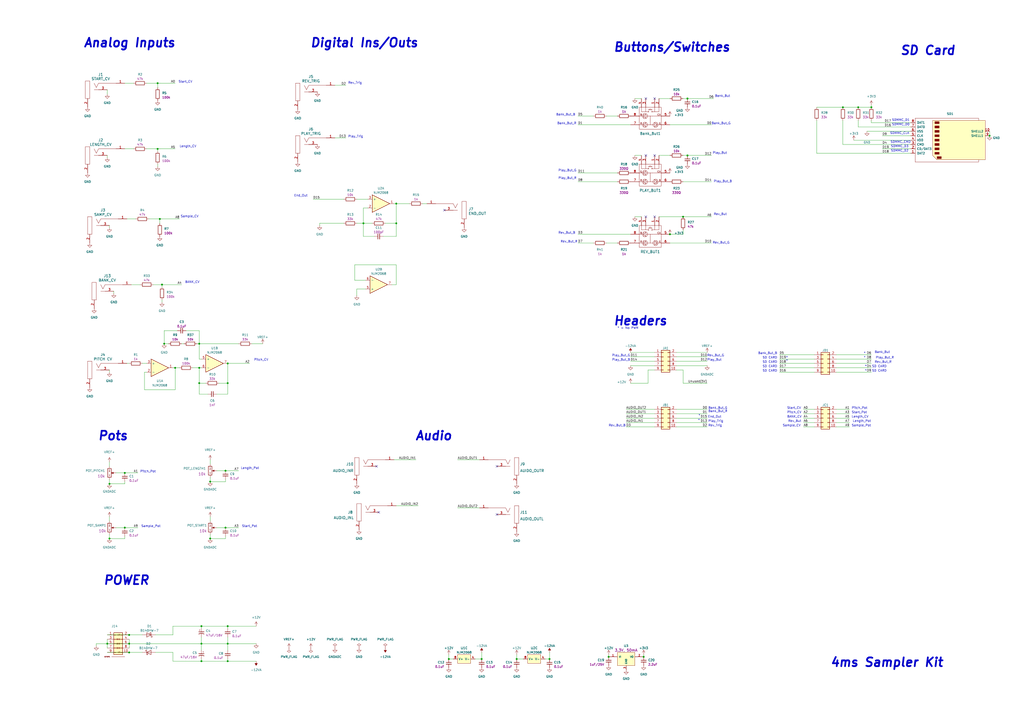
<source format=kicad_sch>
(kicad_sch (version 20230121) (generator eeschema)
  (paper "A2")
  (junction (at 116.84 373.38))
  (junction (at 121.92 279.4))
  (junction (at 63.5 280.67))
  (junction (at 92.71 127))
  (junction (at 388.62 135.89))
  (junction (at 91.44 86.36))
  (junction (at 229.87 118.11))
  (junction (at 398.78 90.17))
  (junction (at 115.57 199.39))
  (junction (at 210.82 129.54))
  (junction (at 488.95 62.23))
  (junction (at 74.93 378.46))
  (junction (at 353.06 381))
  (junction (at 63.5 312.42))
  (junction (at 74.93 373.38))
  (junction (at 116.84 363.22))
  (junction (at 93.98 165.1))
  (junction (at 62.23 373.38))
  (junction (at 373.38 381))
  (junction (at 130.81 273.05))
  (junction (at 72.39 306.07))
  (junction (at 396.24 125.73))
  (junction (at 132.08 210.82))
  (junction (at 299.72 382.27))
  (junction (at 132.08 373.38))
  (junction (at 121.92 312.42))
  (junction (at 574.04 78.74))
  (junction (at 132.08 222.25))
  (junction (at 130.81 306.07))
  (junction (at 279.4 382.27))
  (junction (at 260.35 382.27))
  (junction (at 318.77 382.27))
  (junction (at 91.44 48.26))
  (junction (at 132.08 383.54))
  (junction (at 115.57 222.25))
  (junction (at 132.08 363.22))
  (junction (at 101.6 213.36))
  (junction (at 72.39 274.32))
  (junction (at 74.93 368.3))
  (junction (at 497.84 62.23))
  (junction (at 116.84 383.54))
  (junction (at 229.87 129.54))
  (junction (at 95.25 199.39))
  (junction (at 505.46 62.23))
  (junction (at 115.57 213.36))
  (junction (at 398.78 57.15))
  (no_connect (at 288.29 270.51))
  (no_connect (at 374.65 57.15))
  (no_connect (at 379.73 90.17))
  (no_connect (at 218.44 270.51))
  (no_connect (at 379.73 57.15))
  (no_connect (at 257.81 121.92))
  (no_connect (at 379.73 125.73))
  (no_connect (at 288.29 298.45))
  (no_connect (at 374.65 125.73))
  (no_connect (at 374.65 90.17))
  (no_connect (at 219.71 297.18))
  (wire (pts (xy 132.08 373.38) (xy 132.08 377.19)))
  (wire (pts (xy 368.3 57.15) (xy 372.11 57.15)))
  (wire (pts (xy 72.39 86.36) (xy 77.47 86.36)))
  (wire (pts (xy 63.5 270.51) (xy 63.5 267.97)))
  (wire (pts (xy 72.39 312.42) (xy 72.39 311.15)))
  (wire (pts (xy 132.08 228.6) (xy 125.73 228.6)))
  (wire (pts (xy 265.43 294.64) (xy 278.13 294.64)))
  (wire (pts (xy 344.17 140.97) (xy 335.28 140.97)))
  (wire (pts (xy 485.14 215.9) (xy 505.46 215.9)))
  (wire (pts (xy 132.08 373.38) (xy 148.59 373.38)))
  (wire (pts (xy 90.17 378.46) (xy 100.33 378.46)))
  (wire (pts (xy 279.4 378.46) (xy 279.4 382.27)))
  (wire (pts (xy 241.3 266.7) (xy 228.6 266.7)))
  (wire (pts (xy 67.31 274.32) (xy 72.39 274.32)))
  (wire (pts (xy 388.62 135.89) (xy 396.24 135.89)))
  (wire (pts (xy 223.52 129.54) (xy 229.87 129.54)))
  (wire (pts (xy 485.14 245.11) (xy 492.76 245.11)))
  (wire (pts (xy 485.14 240.03) (xy 492.76 240.03)))
  (wire (pts (xy 452.12 215.9) (xy 472.44 215.9)))
  (wire (pts (xy 63.5 299.72) (xy 63.5 302.26)))
  (wire (pts (xy 73.66 210.82) (xy 74.93 210.82)))
  (wire (pts (xy 392.43 247.65) (xy 410.21 247.65)))
  (wire (pts (xy 488.95 83.82) (xy 488.95 69.85)))
  (wire (pts (xy 392.43 242.57) (xy 410.21 242.57)))
  (wire (pts (xy 452.12 210.82) (xy 472.44 210.82)))
  (wire (pts (xy 82.55 210.82) (xy 85.09 210.82)))
  (wire (pts (xy 93.98 165.1) (xy 93.98 166.37)))
  (wire (pts (xy 115.57 222.25) (xy 115.57 228.6)))
  (wire (pts (xy 116.84 373.38) (xy 116.84 377.19)))
  (wire (pts (xy 396.24 222.25) (xy 410.21 222.25)))
  (wire (pts (xy 132.08 222.25) (xy 132.08 228.6)))
  (wire (pts (xy 88.9 165.1) (xy 93.98 165.1)))
  (wire (pts (xy 388.62 72.39) (xy 412.75 72.39)))
  (wire (pts (xy 207.01 167.64) (xy 207.01 171.45)))
  (wire (pts (xy 392.43 212.09) (xy 410.21 212.09)))
  (wire (pts (xy 365.76 209.55) (xy 379.73 209.55)))
  (wire (pts (xy 375.92 214.63) (xy 379.73 214.63)))
  (wire (pts (xy 125.73 273.05) (xy 130.81 273.05)))
  (wire (pts (xy 132.08 383.54) (xy 148.59 383.54)))
  (wire (pts (xy 115.57 199.39) (xy 115.57 208.28)))
  (wire (pts (xy 505.46 71.12) (xy 505.46 69.85)))
  (wire (pts (xy 76.2 165.1) (xy 81.28 165.1)))
  (wire (pts (xy 72.39 280.67) (xy 72.39 279.4)))
  (wire (pts (xy 111.76 213.36) (xy 115.57 213.36)))
  (wire (pts (xy 63.5 309.88) (xy 63.5 312.42)))
  (wire (pts (xy 392.43 237.49) (xy 410.21 237.49)))
  (wire (pts (xy 485.14 247.65) (xy 492.76 247.65)))
  (wire (pts (xy 83.82 226.06) (xy 101.6 226.06)))
  (wire (pts (xy 392.43 240.03) (xy 410.21 240.03)))
  (wire (pts (xy 63.5 214.63) (xy 63.5 215.9)))
  (wire (pts (xy 130.81 279.4) (xy 130.81 278.13)))
  (wire (pts (xy 121.92 309.88) (xy 121.92 312.42)))
  (wire (pts (xy 62.23 90.17) (xy 62.23 91.44)))
  (wire (pts (xy 92.71 127) (xy 92.71 129.54)))
  (wire (pts (xy 229.87 118.11) (xy 229.87 129.54)))
  (wire (pts (xy 528.32 76.2) (xy 502.92 76.2)))
  (wire (pts (xy 63.5 312.42) (xy 72.39 312.42)))
  (wire (pts (xy 67.31 306.07) (xy 72.39 306.07)))
  (wire (pts (xy 205.74 162.56) (xy 205.74 153.67)))
  (wire (pts (xy 382.27 125.73) (xy 396.24 125.73)))
  (wire (pts (xy 194.31 80.01) (xy 200.66 80.01)))
  (wire (pts (xy 66.04 168.91) (xy 66.04 170.18)))
  (wire (pts (xy 115.57 191.77) (xy 115.57 199.39)))
  (wire (pts (xy 132.08 210.82) (xy 132.08 222.25)))
  (wire (pts (xy 86.36 127) (xy 92.71 127)))
  (wire (pts (xy 368.3 125.73) (xy 372.11 125.73)))
  (wire (pts (xy 210.82 137.16) (xy 210.82 129.54)))
  (wire (pts (xy 217.17 137.16) (xy 210.82 137.16)))
  (wire (pts (xy 452.12 208.28) (xy 472.44 208.28)))
  (wire (pts (xy 74.93 373.38) (xy 116.84 373.38)))
  (wire (pts (xy 121.92 279.4) (xy 130.81 279.4)))
  (wire (pts (xy 335.28 67.31) (xy 344.17 67.31)))
  (wire (pts (xy 115.57 213.36) (xy 115.57 222.25)))
  (wire (pts (xy 115.57 208.28) (xy 116.84 208.28)))
  (wire (pts (xy 392.43 207.01) (xy 410.21 207.01)))
  (wire (pts (xy 95.25 199.39) (xy 97.79 199.39)))
  (wire (pts (xy 91.44 86.36) (xy 91.44 87.63)))
  (wire (pts (xy 452.12 205.74) (xy 472.44 205.74)))
  (wire (pts (xy 116.84 364.49) (xy 116.84 363.22)))
  (wire (pts (xy 335.28 135.89) (xy 365.76 135.89)))
  (wire (pts (xy 100.33 368.3) (xy 100.33 363.22)))
  (wire (pts (xy 398.78 57.15) (xy 414.02 57.15)))
  (wire (pts (xy 485.14 205.74) (xy 505.46 205.74)))
  (wire (pts (xy 130.81 306.07) (xy 138.43 306.07)))
  (wire (pts (xy 497.84 73.66) (xy 497.84 69.85)))
  (wire (pts (xy 396.24 214.63) (xy 396.24 222.25)))
  (wire (pts (xy 505.46 62.23) (xy 505.46 60.96)))
  (wire (pts (xy 72.39 306.07) (xy 80.01 306.07)))
  (wire (pts (xy 74.93 370.84) (xy 74.93 373.38)))
  (wire (pts (xy 392.43 245.11) (xy 410.21 245.11)))
  (wire (pts (xy 210.82 129.54) (xy 215.9 129.54)))
  (wire (pts (xy 210.82 120.65) (xy 210.82 129.54)))
  (wire (pts (xy 316.23 382.27) (xy 318.77 382.27)))
  (wire (pts (xy 528.32 86.36) (xy 511.81 86.36)))
  (wire (pts (xy 146.05 199.39) (xy 152.4 199.39)))
  (wire (pts (xy 229.87 165.1) (xy 227.33 165.1)))
  (wire (pts (xy 229.87 118.11) (xy 237.49 118.11)))
  (wire (pts (xy 194.31 49.53) (xy 200.66 49.53)))
  (wire (pts (xy 365.76 204.47) (xy 379.73 204.47)))
  (wire (pts (xy 55.88 373.38) (xy 62.23 373.38)))
  (wire (pts (xy 363.22 242.57) (xy 379.73 242.57)))
  (wire (pts (xy 485.14 213.36) (xy 505.46 213.36)))
  (wire (pts (xy 363.22 247.65) (xy 379.73 247.65)))
  (wire (pts (xy 488.95 62.23) (xy 497.84 62.23)))
  (wire (pts (xy 91.44 86.36) (xy 101.6 86.36)))
  (wire (pts (xy 73.66 127) (xy 78.74 127)))
  (wire (pts (xy 115.57 228.6) (xy 120.65 228.6)))
  (wire (pts (xy 121.92 269.24) (xy 121.92 266.7)))
  (wire (pts (xy 95.25 191.77) (xy 95.25 199.39)))
  (wire (pts (xy 205.74 153.67) (xy 229.87 153.67)))
  (wire (pts (xy 85.09 215.9) (xy 83.82 215.9)))
  (wire (pts (xy 335.28 72.39) (xy 365.76 72.39)))
  (wire (pts (xy 245.11 118.11) (xy 247.65 118.11)))
  (wire (pts (xy 396.24 125.73) (xy 412.75 125.73)))
  (wire (pts (xy 185.42 129.54) (xy 199.39 129.54)))
  (wire (pts (xy 396.24 133.35) (xy 396.24 135.89)))
  (wire (pts (xy 93.98 173.99) (xy 93.98 175.26)))
  (wire (pts (xy 242.57 293.37) (xy 229.87 293.37)))
  (wire (pts (xy 528.32 71.12) (xy 505.46 71.12)))
  (wire (pts (xy 100.33 363.22) (xy 116.84 363.22)))
  (wire (pts (xy 74.93 368.3) (xy 82.55 368.3)))
  (wire (pts (xy 72.39 48.26) (xy 77.47 48.26)))
  (wire (pts (xy 358.14 140.97) (xy 351.79 140.97)))
  (wire (pts (xy 62.23 368.3) (xy 74.93 368.3)))
  (wire (pts (xy 466.09 242.57) (xy 472.44 242.57)))
  (wire (pts (xy 91.44 48.26) (xy 91.44 50.8)))
  (wire (pts (xy 396.24 90.17) (xy 398.78 90.17)))
  (wire (pts (xy 365.76 212.09) (xy 379.73 212.09)))
  (wire (pts (xy 100.33 378.46) (xy 100.33 383.54)))
  (wire (pts (xy 148.59 363.22) (xy 132.08 363.22)))
  (wire (pts (xy 95.25 191.77) (xy 102.87 191.77)))
  (wire (pts (xy 132.08 364.49) (xy 132.08 363.22)))
  (wire (pts (xy 485.14 208.28) (xy 505.46 208.28)))
  (wire (pts (xy 363.22 245.11) (xy 379.73 245.11)))
  (wire (pts (xy 528.32 83.82) (xy 488.95 83.82)))
  (wire (pts (xy 125.73 306.07) (xy 130.81 306.07)))
  (wire (pts (xy 63.5 130.81) (xy 63.5 132.08)))
  (wire (pts (xy 265.43 266.7) (xy 278.13 266.7)))
  (wire (pts (xy 528.32 81.28) (xy 495.3 81.28)))
  (wire (pts (xy 398.78 90.17) (xy 412.75 90.17)))
  (wire (pts (xy 100.33 213.36) (xy 101.6 213.36)))
  (wire (pts (xy 116.84 373.38) (xy 132.08 373.38)))
  (wire (pts (xy 228.6 118.11) (xy 229.87 118.11)))
  (wire (pts (xy 127 222.25) (xy 132.08 222.25)))
  (wire (pts (xy 115.57 213.36) (xy 116.84 213.36)))
  (wire (pts (xy 388.62 140.97) (xy 412.75 140.97)))
  (wire (pts (xy 410.21 209.55) (xy 392.43 209.55)))
  (wire (pts (xy 368.3 90.17) (xy 372.11 90.17)))
  (wire (pts (xy 365.76 207.01) (xy 379.73 207.01)))
  (wire (pts (xy 62.23 52.07) (xy 62.23 54.61)))
  (wire (pts (xy 229.87 153.67) (xy 229.87 165.1)))
  (wire (pts (xy 92.71 127) (xy 104.14 127)))
  (wire (pts (xy 130.81 312.42) (xy 130.81 311.15)))
  (wire (pts (xy 365.76 222.25) (xy 375.92 222.25)))
  (wire (pts (xy 121.92 312.42) (xy 130.81 312.42)))
  (wire (pts (xy 115.57 191.77) (xy 107.95 191.77)))
  (wire (pts (xy 528.32 73.66) (xy 497.84 73.66)))
  (wire (pts (xy 116.84 383.54) (xy 132.08 383.54)))
  (wire (pts (xy 358.14 67.31) (xy 351.79 67.31)))
  (wire (pts (xy 473.71 62.23) (xy 488.95 62.23)))
  (wire (pts (xy 62.23 373.38) (xy 62.23 375.92)))
  (wire (pts (xy 213.36 120.65) (xy 210.82 120.65)))
  (wire (pts (xy 114.3 199.39) (xy 115.57 199.39)))
  (wire (pts (xy 116.84 382.27) (xy 116.84 383.54)))
  (wire (pts (xy 222.25 137.16) (xy 229.87 137.16)))
  (wire (pts (xy 181.61 115.57) (xy 199.39 115.57)))
  (wire (pts (xy 132.08 210.82) (xy 144.78 210.82)))
  (wire (pts (xy 83.82 215.9) (xy 83.82 226.06)))
  (wire (pts (xy 130.81 273.05) (xy 138.43 273.05)))
  (wire (pts (xy 382.27 57.15) (xy 388.62 57.15)))
  (wire (pts (xy 299.72 379.73) (xy 299.72 382.27)))
  (wire (pts (xy 74.93 373.38) (xy 74.93 375.92)))
  (wire (pts (xy 207.01 129.54) (xy 210.82 129.54)))
  (wire (pts (xy 466.09 237.49) (xy 472.44 237.49)))
  (wire (pts (xy 485.14 210.82) (xy 505.46 210.82)))
  (wire (pts (xy 121.92 299.72) (xy 121.92 302.26)))
  (wire (pts (xy 62.23 373.38) (xy 74.93 373.38)))
  (wire (pts (xy 116.84 369.57) (xy 116.84 373.38)))
  (wire (pts (xy 497.84 62.23) (xy 505.46 62.23)))
  (wire (pts (xy 466.09 245.11) (xy 472.44 245.11)))
  (wire (pts (xy 105.41 199.39) (xy 106.68 199.39)))
  (wire (pts (xy 101.6 226.06) (xy 101.6 213.36)))
  (wire (pts (xy 116.84 363.22) (xy 132.08 363.22)))
  (wire (pts (xy 90.17 368.3) (xy 100.33 368.3)))
  (wire (pts (xy 363.22 240.03) (xy 379.73 240.03)))
  (wire (pts (xy 373.38 379.73) (xy 373.38 381)))
  (wire (pts (xy 485.14 237.49) (xy 492.76 237.49)))
  (wire (pts (xy 318.77 378.46) (xy 318.77 382.27)))
  (wire (pts (xy 63.5 280.67) (xy 72.39 280.67)))
  (wire (pts (xy 353.06 379.73) (xy 353.06 381)))
  (wire (pts (xy 85.09 86.36) (xy 91.44 86.36)))
  (wire (pts (xy 466.09 247.65) (xy 472.44 247.65)))
  (wire (pts (xy 100.33 383.54) (xy 116.84 383.54)))
  (wire (pts (xy 62.23 378.46) (xy 74.93 378.46)))
  (wire (pts (xy 85.09 48.26) (xy 91.44 48.26)))
  (wire (pts (xy 132.08 369.57) (xy 132.08 373.38)))
  (wire (pts (xy 212.09 167.64) (xy 207.01 167.64)))
  (wire (pts (xy 485.14 242.57) (xy 492.76 242.57)))
  (wire (pts (xy 72.39 274.32) (xy 80.01 274.32)))
  (wire (pts (xy 466.09 240.03) (xy 472.44 240.03)))
  (wire (pts (xy 91.44 95.25) (xy 91.44 96.52)))
  (wire (pts (xy 207.01 115.57) (xy 213.36 115.57)))
  (wire (pts (xy 121.92 276.86) (xy 121.92 279.4)))
  (wire (pts (xy 335.28 105.41) (xy 358.14 105.41)))
  (wire (pts (xy 101.6 213.36) (xy 104.14 213.36)))
  (wire (pts (xy 212.09 162.56) (xy 205.74 162.56)))
  (wire (pts (xy 382.27 90.17) (xy 388.62 90.17)))
  (wire (pts (xy 260.35 382.27) (xy 262.89 382.27)))
  (wire (pts (xy 375.92 222.25) (xy 375.92 214.63)))
  (wire (pts (xy 62.23 370.84) (xy 62.23 373.38)))
  (wire (pts (xy 299.72 382.27) (xy 303.53 382.27)))
  (wire (pts (xy 392.43 204.47) (xy 410.21 204.47)))
  (wire (pts (xy 74.93 378.46) (xy 82.55 378.46)))
  (wire (pts (xy 55.88 374.65) (xy 55.88 373.38)))
  (wire (pts (xy 132.08 382.27) (xy 132.08 383.54)))
  (wire (pts (xy 275.59 382.27) (xy 279.4 382.27)))
  (wire (pts (xy 335.28 100.33) (xy 358.14 100.33)))
  (wire (pts (xy 473.71 88.9) (xy 473.71 69.85)))
  (wire (pts (xy 363.22 237.49) (xy 379.73 237.49)))
  (wire (pts (xy 392.43 214.63) (xy 396.24 214.63)))
  (wire (pts (xy 574.04 78.74) (xy 574.04 76.2)))
  (wire (pts (xy 396.24 57.15) (xy 398.78 57.15)))
  (wire (pts (xy 115.57 222.25) (xy 119.38 222.25)))
  (wire (pts (xy 63.5 278.13) (xy 63.5 280.67)))
  (wire (pts (xy 115.57 199.39) (xy 138.43 199.39)))
  (wire (pts (xy 528.32 78.74) (xy 511.81 78.74)))
  (wire (pts (xy 260.35 379.73) (xy 260.35 382.27)))
  (wire (pts (xy 185.42 129.54) (xy 185.42 130.81)))
  (wire (pts (xy 452.12 213.36) (xy 472.44 213.36)))
  (wire (pts (xy 396.24 105.41) (xy 412.75 105.41)))
  (wire (pts (xy 528.32 88.9) (xy 473.71 88.9)))
  (wire (pts (xy 91.44 48.26) (xy 101.6 48.26)))
  (wire (pts (xy 93.98 165.1) (xy 105.41 165.1)))
  (wire (pts (xy 229.87 129.54) (xy 229.87 137.16)))
  (text "Rev_Trig" (at 201.93 48.895 0) (effects (font (size 1.27 1.27)) (justify left bottom)))
  (text "SD CARD" (at 514.35 213.36 0) (effects (font (size 1.27 1.27)) (justify right bottom)))
  (text "Play_But_B" (at 354.965 209.55 0) (effects (font (size 1.27 1.27)) (justify left bottom)))
  (text "Play_Trig" (at 201.93 80.01 0) (effects (font (size 1.27 1.27)) (justify left bottom)))
  (text "Rev_But_R" (at 325.12 140.97 0) (effects (font (size 1.27 1.27)) (justify left bottom)))
  (text "SD CARD" (at 450.85 213.36 0) (effects (font (size 1.27 1.27)) (justify right bottom)))
  (text "SDMMC_CMD" (at 528.32 83.185 0) (effects (font (size 1.27 1.27)) (justify right bottom)))
  (text "Play_But_B" (at 414.02 106.045 0) (effects (font (size 1.27 1.27)) (justify left bottom)))
  (text "Bank_But" (at 414.655 56.515 0) (effects (font (size 1.27 1.27)) (justify left bottom)))
  (text "Bank_But_R" (at 410.845 239.395 0) (effects (font (size 1.27 1.27)) (justify left bottom)))
  (text "Rev_But_B" (at 323.85 135.89 0) (effects (font (size 1.27 1.27)) (justify left bottom)))
  (text "Sample_Pot" (at 81.915 306.07 0) (effects (font (size 1.27 1.27)) (justify left bottom)))
  (text "Play_But_G" (at 323.85 99.695 0) (effects (font (size 1.27 1.27)) (justify left bottom)))
  (text "*" (at 501.015 208.28 0) (effects (font (size 1.27 1.27)) (justify left bottom)))
  (text "Bank_But_G" (at 412.75 72.39 0) (effects (font (size 1.27 1.27)) (justify left bottom)))
  (text "Length_CV" (at 494.03 242.57 0) (effects (font (size 1.27 1.27)) (justify left bottom)))
  (text "Rev_Trig" (at 410.845 247.65 0) (effects (font (size 1.27 1.27)) (justify left bottom)))
  (text "Headers" (at 355.6 189.23 0) (effects (font (size 5.08 5.08) (thickness 1.016) bold italic) (justify left bottom)))
  (text "Digital Ins/Outs" (at 179.705 27.94 0) (effects (font (size 5.08 5.08) (thickness 1.016) bold italic) (justify left bottom)))
  (text "Play_But_R" (at 508 208.28 0) (effects (font (size 1.27 1.27)) (justify left bottom)))
  (text "Rev_But_G" (at 413.385 141.605 0) (effects (font (size 1.27 1.27)) (justify left bottom)))
  (text "Bank_But_G" (at 410.845 237.49 0) (effects (font (size 1.27 1.27)) (justify left bottom)))
  (text "*" (at 405.13 241.935 0) (effects (font (size 1.27 1.27)) (justify left bottom)))
  (text "Start_Pot" (at 494.03 240.03 0) (effects (font (size 1.27 1.27)) (justify left bottom)))
  (text "Start_CV" (at 456.565 237.49 0) (effects (font (size 1.27 1.27)) (justify left bottom)))
  (text "Pitch_CV" (at 456.565 240.03 0) (effects (font (size 1.27 1.27)) (justify left bottom)))
  (text "SDMMC_D2" (at 527.05 88.265 0) (effects (font (size 1.27 1.27)) (justify right bottom)))
  (text "SDMMC_D0" (at 527.685 73.025 0) (effects (font (size 1.27 1.27)) (justify right bottom)))
  (text "Length_Pot" (at 494.665 245.11 0) (effects (font (size 1.27 1.27)) (justify left bottom)))
  (text "Play_But_R" (at 323.85 104.14 0) (effects (font (size 1.27 1.27)) (justify left bottom)))
  (text "Audio" (at 240.665 255.905 0) (effects (font (size 5.08 5.08) (thickness 1.016) bold italic) (justify left bottom)))
  (text "Rev_But" (at 414.02 125.095 0) (effects (font (size 1.27 1.27)) (justify left bottom)))
  (text "Analog Inputs" (at 48.26 27.94 0) (effects (font (size 5.08 5.08) (thickness 1.016) bold italic) (justify left bottom)))
  (text "SD Card" (at 521.97 32.385 0) (effects (font (size 5.08 5.08) (thickness 1.016) bold italic) (justify left bottom)))
  (text "Rev_But" (at 457.2 245.11 0) (effects (font (size 1.27 1.27)) (justify left bottom)))
  (text "*" (at 501.65 213.36 0) (effects (font (size 1.27 1.27)) (justify left bottom)))
  (text "SDMMC_D1" (at 527.685 70.485 0) (effects (font (size 1.27 1.27)) (justify right bottom)))
  (text "Buttons/Switches" (at 355.6 30.48 0) (effects (font (size 5.08 5.08) (thickness 1.016) bold italic) (justify left bottom)))
  (text "Pitch_Pot" (at 494.03 237.49 0) (effects (font (size 1.27 1.27)) (justify left bottom)))
  (text "Sample_Pot" (at 494.03 247.65 0) (effects (font (size 1.27 1.27)) (justify left bottom)))
  (text "Play_But" (at 410.21 209.55 0) (effects (font (size 1.27 1.27)) (justify left bottom)))
  (text "Start_Pot" (at 140.335 306.07 0) (effects (font (size 1.27 1.27)) (justify left bottom)))
  (text "*" (at 501.015 205.74 0) (effects (font (size 1.27 1.27)) (justify left bottom)))
  (text "Start_CV" (at 103.505 48.26 0) (effects (font (size 1.27 1.27)) (justify left bottom)))
  (text "Play_Trig" (at 410.845 245.11 0) (effects (font (size 1.27 1.27)) (justify left bottom)))
  (text "*" (at 455.93 208.28 0) (effects (font (size 1.27 1.27)) (justify left bottom)))
  (text "Rev_But_G" (at 410.21 207.01 0) (effects (font (size 1.27 1.27)) (justify left bottom)))
  (text "SD CARD" (at 514.35 215.9 0) (effects (font (size 1.27 1.27)) (justify right bottom)))
  (text "*" (at 455.93 210.185 0) (effects (font (size 1.27 1.27)) (justify left bottom)))
  (text "BANK_CV" (at 456.565 242.57 0) (effects (font (size 1.27 1.27)) (justify left bottom)))
  (text "Sample_CV" (at 104.775 126.365 0) (effects (font (size 1.27 1.27)) (justify left bottom)))
  (text "Bank_But_B" (at 322.58 67.31 0) (effects (font (size 1.27 1.27)) (justify left bottom)))
  (text "SD CARD" (at 450.85 208.28 0) (effects (font (size 1.27 1.27)) (justify right bottom)))
  (text "Play_But_G" (at 354.965 207.01 0) (effects (font (size 1.27 1.27)) (justify left bottom)))
  (text "Pitch_CV" (at 147.32 209.55 0) (effects (font (size 1.27 1.27)) (justify left bottom)))
  (text "*" (at 501.65 215.9 0) (effects (font (size 1.27 1.27)) (justify left bottom)))
  (text "Pots" (at 56.515 255.905 0) (effects (font (size 5.08 5.08) (thickness 1.016) bold italic) (justify left bottom)))
  (text "Rev_But_B" (at 353.06 247.65 0) (effects (font (size 1.27 1.27)) (justify left bottom)))
  (text "SDMMC_CLK" (at 527.685 78.105 0) (effects (font (size 1.27 1.27)) (justify right bottom)))
  (text "Rev_But_R" (at 507.365 210.82 0) (effects (font (size 1.27 1.27)) (justify left bottom)))
  (text "*" (at 404.8824 244.6801 0) (effects (font (size 1.27 1.27)) (justify left bottom)))
  (text "End_Out" (at 418.465 242.57 0) (effects (font (size 1.27 1.27)) (justify right bottom)))
  (text "4ms Sampler Kit" (at 481.33 387.35 0) (effects (font (size 5.08 5.08) (thickness 1.016) bold italic) (justify left bottom)))
  (text "Bank_But" (at 507.365 205.105 0) (effects (font (size 1.27 1.27)) (justify left bottom)))
  (text "* = No PWM" (at 358.14 191.135 0) (effects (font (size 1.27 1.27)) (justify left bottom)))
  (text "Pitch_Pot" (at 81.28 274.32 0) (effects (font (size 1.27 1.27)) (justify left bottom)))
  (text "SDMMC_D3" (at 527.05 85.725 0) (effects (font (size 1.27 1.27)) (justify right bottom)))
  (text "POWER" (at 59.69 339.725 0) (effects (font (size 5.08 5.08) (thickness 1.016) bold italic) (justify left bottom)))
  (text "End_Out" (at 178.435 114.3 0) (effects (font (size 1.27 1.27)) (justify right bottom)))
  (text "SD CARD" (at 450.85 210.82 0) (effects (font (size 1.27 1.27)) (justify right bottom)))
  (text "Bank_But_B" (at 450.85 205.74 0) (effects (font (size 1.27 1.27)) (justify right bottom)))
  (text "Length_Pot" (at 139.7 272.415 0) (effects (font (size 1.27 1.27)) (justify left bottom)))
  (text "Sample_CV" (at 454.025 247.65 0) (effects (font (size 1.27 1.27)) (justify left bottom)))
  (text "Play_But" (at 413.385 89.535 0) (effects (font (size 1.27 1.27)) (justify left bottom)))
  (text "Length_CV" (at 104.14 85.725 0) (effects (font (size 1.27 1.27)) (justify left bottom)))
  (text "SD CARD" (at 450.85 215.9 0) (effects (font (size 1.27 1.27)) (justify right bottom)))
  (text "Bank_But_R" (at 323.215 72.39 0) (effects (font (size 1.27 1.27)) (justify left bottom)))
  (text "BANK_CV" (at 107.315 164.465 0) (effects (font (size 1.27 1.27)) (justify left bottom)))
  (label "D17" (at 452.12 213.36 0))
  (label "D7" (at 505.46 210.82 180))
  (label "D14" (at 365.76 209.55 0))
  (label "D12" (at 410.21 209.55 180))
  (label "A5" (at 492.76 242.57 180))
  (label "A2" (at 144.78 210.82 180))
  (label "D19" (at 452.12 208.28 0))
  (label "D11" (at 335.28 100.33 0))
  (label "A4" (at 105.41 165.1 180))
  (label "A6" (at 466.09 245.11 0))
  (label "D18" (at 452.12 210.82 0))
  (label "D3" (at 335.28 135.89 0))
  (label "A1" (at 492.76 237.49 180))
  (label "D13" (at 410.21 245.11 180))
  (label "D10" (at 410.21 207.01 180))
  (label "A1" (at 80.01 274.32 180))
  (label "AUDIO_IN1" (at 363.22 245.11 0))
  (label "A8" (at 466.09 247.65 0))
  (label "D3" (at 363.22 247.65 0))
  (label "D10" (at 412.75 140.97 180))
  (label "A7" (at 138.43 273.05 180))
  (label "D15" (at 181.61 115.57 0))
  (label "D0" (at 412.75 72.39 180))
  (label "D18" (at 511.81 88.9 0))
  (label "D16" (at 513.08 73.66 0))
  (label "A0" (at 466.09 237.49 0))
  (label "D1" (at 335.28 72.39 0))
  (label "D2" (at 410.21 247.65 180))
  (label "AUDIO_IN1" (at 241.3 266.7 180))
  (label "D6" (at 505.46 205.74 180))
  (label "A3" (at 138.43 306.07 180))
  (label "D1" (at 410.21 240.03 180))
  (label "AUDIO_OUT1" (at 265.43 266.7 0))
  (label "D4" (at 505.46 213.36 180))
  (label "D0" (at 410.21 237.49 180))
  (label "A9" (at 80.01 306.07 180))
  (label "D2" (at 200.66 49.53 180))
  (label "D5" (at 335.28 67.31 0))
  (label "D6" (at 414.02 57.15 180))
  (label "AUDIO_OUT1" (at 363.22 240.03 0))
  (label "D14" (at 412.75 105.41 180))
  (label "D11" (at 365.76 207.01 0))
  (label "D5" (at 452.12 205.74 0))
  (label "A7" (at 492.76 245.11 180))
  (label "AUDIO_OUT2" (at 265.43 294.64 0))
  (label "A3" (at 492.76 240.03 180))
  (label "D19" (at 511.81 86.36 0))
  (label "A6" (at 412.75 125.73 180))
  (label "A4" (at 466.09 242.57 0))
  (label "D7" (at 335.28 140.97 0))
  (label "A9" (at 492.76 247.65 180))
  (label "A8" (at 104.14 127 180))
  (label "D12" (at 412.75 90.17 180))
  (label "D4" (at 511.81 83.82 0))
  (label "D9" (at 511.81 78.74 0))
  (label "Unused(5V)" (at 410.21 222.25 180))
  (label "D17" (at 513.08 71.12 0))
  (label "D16" (at 452.12 215.9 0))
  (label "AUDIO_IN2" (at 363.22 242.57 0))
  (label "A5" (at 101.6 86.36 180))
  (label "AUDIO_OUT2" (at 363.22 237.49 0))
  (label "A0" (at 101.6 48.26 180))
  (label "A2" (at 466.09 240.03 0))
  (label "D13" (at 200.66 80.01 180))
  (label "AUDIO_IN2" (at 242.57 293.37 180))
  (label "D8" (at 335.28 105.41 0))
  (label "D8" (at 505.46 208.28 180))
  (label "D9" (at 505.46 215.9 180))
  (label "D15" (at 410.21 242.57 180))
  (symbol (lib_id "4ms_Power-symbol:GND") (at 368.3 57.15 0) (unit 1)
    (property "Reference" "#PWR049" (effects hide))
    (property "Value" "GND" (at 368.3 62.23 0))
  )
  (symbol (lib_id "power:GND") (at 208.28 375.92 0) (unit 1)
    (property "Reference" "#PWR036" (effects hide))
    (property "Value" "GND" (at 208.28 381 0))
  )
  (symbol (lib_id "4ms_Capacitor:0.1uF_0603_16V") (at 72.39 276.86 0) (unit 1)
    (property "Reference" "C1" (at 74.93 276.2313 0) (effects (justify left)))
    (property "Value" "0.1uF_0603_16V" (effects hide))
    (property "Footprint" "4ms_Capacitor:C_0603" (effects hide))
    (property "Display" "0.1uF" (at 74.93 278.7713 0) (effects (justify left)))
    (property "Specifications" "0.1uF, Min. 16V 10%, X7R or X5R or similar" (effects hide))
    (property "Manufacturer" "AVX Corporation" (effects hide))
    (property "Part Number" "0603YC104KAT2A" (effects hide))
    (property "JLCPCB ID" "C14663" (effects hide))
  )
  (symbol (lib_id "4ms_Resistor_0603:10k_0603") (at 101.6 199.39 90) (unit 1)
    (property "Reference" "R9" (at 101.6 194.31 90))
    (property "Value" "10k_0603" (effects hide))
    (property "Footprint" "4ms_Resistor:R_0603" (effects hide))
    (property "Specifications" "10k, 1%, 1/10W, 0603" (effects hide))
    (property "Manufacturer" "Yageo" (effects hide))
    (property "Part Number" "RC0603FR-0710KL" (effects hide))
    (property "Display" "10k" (at 101.6 196.85 90))
    (property "JLCPCB ID" "C98220" (effects hide))
  )
  (symbol (lib_id "4ms_Power-symbol:+3.3V") (at 373.38 379.73 0) (unit 1)
    (property "Reference" "#PWR0102" (effects hide))
    (property "Value" "+3.3V" (at 373.38 375.92 0))
  )
  (symbol (lib_id "4ms_Resistor_0603:47k_0603") (at 81.28 48.26 90) (unit 1)
    (property "Reference" "R2" (at 81.28 43.18 90))
    (property "Value" "47k_0603" (effects hide))
    (property "Footprint" "4ms_Resistor:R_0603" (effects hide))
    (property "Specifications" "47k, 1%, 1/10W, 0603" (effects hide))
    (property "Manufacturer" "Yageo" (effects hide))
    (property "Part Number" "RC0603FR-0747KL" (effects hide))
    (property "Display" "47k" (at 81.28 45.72 90))
    (property "JLCPCB ID" "C105579" (effects hide))
  )
  (symbol (lib_id "4ms_Resistor_0603:33k_0603") (at 142.24 199.39 90) (unit 1)
    (property "Reference" "R11" (at 142.24 194.31 90))
    (property "Value" "33k_0603" (effects hide))
    (property "Footprint" "4ms_Resistor:R_0603" (effects hide))
    (property "Specifications" "33k, 1%, 1/10W, 0603" (effects hide))
    (property "Manufacturer" "Yageo" (effects hide))
    (property "Part Number" "RC0603FR-0733KL" (effects hide))
    (property "Display" "33k" (at 142.24 196.85 90))
    (property "JLCPCB ID" "C126359" (effects hide))
  )
  (symbol (lib_id "4ms_Power-symbol:GNDADC") (at 194.31 375.92 0) (unit 1)
    (property "Reference" "#PWR032" (effects hide))
    (property "Value" "GNDADC" (at 194.31 381 0))
  )
  (symbol (lib_id "4ms_Power-symbol:GND") (at 184.15 83.82 0) (unit 1)
    (property "Reference" "#PWR031" (effects hide))
    (property "Value" "GND" (at 184.15 88.9 0))
  )
  (symbol (lib_id "4ms_Resistor_0603:1k_0603") (at 241.3 118.11 90) (unit 1)
    (property "Reference" "R15" (at 241.3 113.03 90))
    (property "Value" "1k_0603" (effects hide))
    (property "Footprint" "4ms_Resistor:R_0603" (effects hide))
    (property "Specifications" "1k, 1%, 1/10W, 0603" (effects hide))
    (property "Manufacturer" "Yageo" (effects hide))
    (property "Part Number" "RC0603FR-071KL" (effects hide))
    (property "Display" "1k" (at 241.3 115.57 90))
    (property "JLCPCB ID" "C22548" (effects hide))
  )
  (symbol (lib_id "4ms_Power-symbol:GNDADC") (at 63.5 280.67 0) (unit 1)
    (property "Reference" "#PWR011" (effects hide))
    (property "Value" "GNDADC" (at 63.5 285.115 0))
  )
  (symbol (lib_id "4ms_Capacitor:0.1uF_0603_16V") (at 130.81 308.61 0) (unit 1)
    (property "Reference" "C10" (at 133.35 307.9813 0) (effects (justify left)))
    (property "Value" "0.1uF_0603_16V" (effects hide))
    (property "Footprint" "4ms_Capacitor:C_0603" (effects hide))
    (property "Display" "0.1uF" (at 133.35 310.5213 0) (effects (justify left)))
    (property "Specifications" "0.1uF, Min. 16V 10%, X7R or X5R or similar" (effects hide))
    (property "Manufacturer" "AVX Corporation" (effects hide))
    (property "Part Number" "0603YC104KAT2A" (effects hide))
    (property "JLCPCB ID" "C14663" (effects hide))
  )
  (symbol (lib_id "4ms_Power-symbol:GNDADC") (at 121.92 312.42 0) (unit 1)
    (property "Reference" "#PWR021" (effects hide))
    (property "Value" "GNDADC" (at 121.92 317.5 0))
  )
  (symbol (lib_id "4ms_Power-symbol:GND") (at 184.15 53.34 0) (unit 1)
    (property "Reference" "#PWR030" (effects hide))
    (property "Value" "GND" (at 184.15 58.42 0))
  )
  (symbol (lib_id "4ms_Power-symbol:GND") (at 50.8 100.33 0) (unit 1)
    (property "Reference" "#PWR02" (effects hide))
    (property "Value" "GND" (at 50.8 105.41 0))
  )
  (symbol (lib_id "4ms_Power-symbol:+12V") (at 148.59 363.22 0) (unit 1)
    (property "Reference" "#PWR023" (effects hide))
    (property "Value" "+12V" (at 148.59 358.14 0))
  )
  (symbol (lib_id "4ms_Resistor_0603:47k_0603") (at 81.28 86.36 90) (unit 1)
    (property "Reference" "R3" (at 81.28 81.28 90))
    (property "Value" "47k_0603" (effects hide))
    (property "Footprint" "4ms_Resistor:R_0603" (effects hide))
    (property "Specifications" "47k, 1%, 1/10W, 0603" (effects hide))
    (property "Manufacturer" "Yageo" (effects hide))
    (property "Part Number" "RC0603FR-0747KL" (effects hide))
    (property "Display" "47k" (at 81.28 83.82 90))
    (property "JLCPCB ID" "C105579" (effects hide))
  )
  (symbol (lib_id "4ms_Resistor_0603:33k_0603") (at 203.2 129.54 90) (unit 1)
    (property "Reference" "R13" (at 203.2 124.46 90))
    (property "Value" "33k_0603" (effects hide))
    (property "Footprint" "4ms_Resistor:R_0603" (effects hide))
    (property "Specifications" "33k, 1%, 1/10W, 0603" (effects hide))
    (property "Manufacturer" "Yageo" (effects hide))
    (property "Part Number" "RC0603FR-0733KL" (effects hide))
    (property "Display" "33k" (at 203.2 127 90))
    (property "JLCPCB ID" "C126359" (effects hide))
  )
  (symbol (lib_id "4ms_Resistor_0603:10k_0603") (at 110.49 199.39 90) (unit 1)
    (property "Reference" "R37" (at 110.49 194.31 90))
    (property "Value" "10k_0603" (effects hide))
    (property "Footprint" "4ms_Resistor:R_0603" (effects hide))
    (property "Specifications" "10k, 1%, 1/10W, 0603" (effects hide))
    (property "Manufacturer" "Yageo" (effects hide))
    (property "Part Number" "RC0603FR-0710KL" (effects hide))
    (property "Display" "10k" (at 110.49 196.85 90))
    (property "JLCPCB ID" "C98220" (effects hide))
  )
  (symbol (lib_id "power:GND") (at 269.24 132.08 0) (unit 1)
    (property "Reference" "#PWR040" (effects hide))
    (property "Value" "GND" (at 269.24 137.16 0))
  )
  (symbol (lib_id "4ms_Power-symbol:GND") (at 91.44 58.42 0) (unit 1)
    (property "Reference" "#PWR014" (effects hide))
    (property "Value" "GND" (at 91.44 63.5 0))
  )
  (symbol (lib_id "4ms_Capacitor:0.1uF_0603_16V") (at 318.77 384.81 0) (unit 1)
    (property "Reference" "C15" (at 321.31 384.1813 0) (effects (justify left)))
    (property "Value" "0.1uF_0603_16V" (effects hide))
    (property "Footprint" "4ms_Capacitor:C_0603" (effects hide))
    (property "Display" "0.1uF" (at 321.31 386.7213 0) (effects (justify left)))
    (property "Specifications" "0.1uF, Min. 16V 10%, X7R or X5R or similar" (effects hide))
    (property "Manufacturer" "AVX Corporation" (effects hide))
    (property "Part Number" "0603YC104KAT2A" (effects hide))
    (property "JLCPCB ID" "C14663" (effects hide))
  )
  (symbol (lib_id "4ms_Power-symbol:GND") (at 279.4 387.35 0) (unit 1)
    (property "Reference" "#PWR042" (effects hide))
    (property "Value" "GND" (at 279.4 392.43 0))
  )
  (symbol (lib_id "4ms_Power-symbol:GND") (at 398.78 95.25 0) (unit 1)
    (property "Reference" "#PWR059" (effects hide))
    (property "Value" "GND" (at 396.24 97.155 0) (effects (justify right)))
  )
  (symbol (lib_id "power:GND") (at 365.76 212.09 0) (unit 1)
    (property "Reference" "#PWR053" (effects hide))
    (property "Value" "GND" (at 365.76 217.17 0))
  )
  (symbol (lib_id "4ms_Power-symbol:GND") (at 95.25 199.39 0) (unit 1)
    (property "Reference" "#PWR017" (effects hide))
    (property "Value" "GND" (at 95.25 204.47 0))
  )
  (symbol (lib_id "4ms_Connector:Socket_02x05_TH") (at 478.79 207.01 0) (unit 1)
    (property "Reference" "JD1" (at 478.79 203.2 0))
    (property "Value" "Socket_02x05_TH" (effects hide))
    (property "Footprint" "4ms_Connector:Socket_2x05_2.54mm_TH" (effects hide))
    (property "Specifications" "HEADER 2x5 FEMALE PINS 0.100” 180deg" (effects hide))
  )
  (symbol (lib_id "4ms_Power-symbol:GND") (at 299.72 280.67 0) (unit 1)
    (property "Reference" "#PWR035" (effects hide))
    (property "Value" "GND" (at 299.72 285.75 0))
  )
  (symbol (lib_id "4ms_Capacitor:0.1uF_0603_16V") (at 279.4 384.81 0) (unit 1)
    (property "Reference" "C13" (at 281.94 384.1813 0) (effects (justify left)))
    (property "Value" "0.1uF_0603_16V" (effects hide))
    (property "Footprint" "4ms_Capacitor:C_0603" (effects hide))
    (property "Display" "0.1uF" (at 281.94 386.7213 0) (effects (justify left)))
    (property "Specifications" "0.1uF, Min. 16V 10%, X7R or X5R or similar" (effects hide))
    (property "Manufacturer" "AVX Corporation" (effects hide))
    (property "Part Number" "0603YC104KAT2A" (effects hide))
    (property "JLCPCB ID" "C14663" (effects hide))
  )
  (symbol (lib_id "4ms_Power-symbol:VREF+") (at 63.5 267.97 0) (unit 1)
    (property "Reference" "#PWR010" (effects hide))
    (property "Value" "VREF+" (at 63.5 262.255 0))
  )
  (symbol (lib_id "4ms_Power-symbol:GND") (at 172.72 63.5 0) (unit 1)
    (property "Reference" "#PWR027" (effects hide))
    (property "Value" "GND" (at 172.72 68.58 0))
  )
  (symbol (lib_id "4ms_Resistor_0603:100k_0603") (at 92.71 133.35 180) (unit 1)
    (property "Reference" "R7" (at 95.25 132.715 0) (effects (justify right)))
    (property "Value" "100k_0603" (effects hide))
    (property "Footprint" "4ms_Resistor:R_0603" (effects hide))
    (property "Specifications" "100k, 1%, 1/10W, 0603" (effects hide))
    (property "Manufacturer" "Yageo" (effects hide))
    (property "Part Number" "RC0603FR-07100KL" (effects hide))
    (property "Display" "100k" (at 95.25 135.255 0) (effects (justify right)))
    (property "JLCPCB ID" "C14675" (effects hide))
  )
  (symbol (lib_id "4ms_Resistor_0603:33k_0603") (at 497.84 66.04 0) (unit 1)
    (property "Reference" "R31" (at 500.38 65.405 0) (effects (justify left)))
    (property "Value" "33k_0603" (effects hide))
    (property "Footprint" "4ms_Resistor:R_0603" (effects hide))
    (property "Specifications" "33k, 1%, 1/10W, 0603" (effects hide))
    (property "Manufacturer" "Yageo" (effects hide))
    (property "Part Number" "RC0603FR-0733KL" (effects hide))
    (property "Display" "33k" (at 500.38 67.945 0) (effects (justify left)))
    (property "JLCPCB ID" "C126359" (effects hide))
  )
  (symbol (lib_id "4ms_Power-symbol:+3.3V") (at 388.62 135.89 0) (unit 1)
    (property "Reference" "#PWR057" (effects hide))
    (property "Value" "+3.3V" (at 391.16 135.255 0) (effects (justify left)))
  )
  (symbol (lib_id "4ms_Power-symbol:+12V") (at 365.76 222.25 0) (unit 1)
    (property "Reference" "#PWR054" (effects hide))
    (property "Value" "+12V" (at 363.22 221.615 0) (effects (justify right)))
  )
  (symbol (lib_id "4ms_Power-symbol:PWR_FLAG") (at 167.64 375.92 180) (unit 1)
    (property "Reference" "#FLG01" (effects hide))
    (property "Value" "PWR_FLAG" (at 167.64 381 0))
  )
  (symbol (lib_id "4ms_Resistor_0603:47k_0603") (at 219.71 129.54 90) (unit 1)
    (property "Reference" "R14" (at 219.71 124.46 90))
    (property "Value" "47k_0603" (effects hide))
    (property "Footprint" "4ms_Resistor:R_0603" (effects hide))
    (property "Specifications" "47k, 1%, 1/10W, 0603" (effects hide))
    (property "Manufacturer" "Yageo" (effects hide))
    (property "Part Number" "RC0603FR-0747KL" (effects hide))
    (property "Display" "47k" (at 219.71 127 90))
    (property "JLCPCB ID" "C105579" (effects hide))
  )
  (symbol (lib_id "4ms_Connector:Socket_02x05_TH") (at 478.79 238.76 0) (unit 1)
    (property "Reference" "JC1" (at 478.79 234.95 0))
    (property "Value" "Socket_02x05_TH" (effects hide))
    (property "Footprint" "4ms_Connector:Socket_2x05_2.54mm_TH" (effects hide))
    (property "Specifications" "HEADER 2x5 FEMALE PINS 0.100” 180deg" (effects hide))
  )
  (symbol (lib_id "4ms_Capacitor:0.1uF_0603_16V") (at 132.08 379.73 0) (mirror x) (unit 1)
    (property "Reference" "C8" (at 129.54 379.0886 0) (effects (justify right)))
    (property "Value" "0.1uF_0603_16V" (effects hide))
    (property "Footprint" "4ms_Capacitor:C_0603" (effects hide))
    (property "Display" "0.1uF" (at 129.54 381.6286 0) (effects (justify right)))
    (property "Specifications" "0.1uF, Min. 16V 10%, X7R or X5R or similar" (effects hide))
    (property "Manufacturer" "AVX Corporation" (effects hide))
    (property "Part Number" "0603YC104KAT2A" (effects hide))
    (property "JLCPCB ID" "C14663" (effects hide))
  )
  (symbol (lib_id "4ms_Jack:3.5mm_Mono_Switched") (at 57.15 214.63 0) (unit 1)
    (property "Reference" "J4" (at 59.69 205.74 0) (effects (font (size 1.524 1.524))))
    (property "Value" "PITCH CV" (at 59.69 208.28 0) (effects (font (size 1.524 1.524))))
    (property "Footprint" "4ms_Jack:EighthInch_PJ398SM" (effects hide))
    (property "Specifications" "Audio 3.5mm Jack, mono, switched, PC-pin Vertical" (effects hide))
    (property "Manufacturer" "Wenzhou QingPu Electronics Co" (effects hide))
    (property "Part Number" "WQP-WQP518MA" (effects hide))
  )
  (symbol (lib_id "4ms_IC:NJM2068") (at 269.24 382.27 90) (unit 3)
    (property "Reference" "U1" (at 269.24 375.92 90))
    (property "Value" "NJM2068" (at 269.24 378.46 90))
    (property "Footprint" "4ms_Package_SSOP:TSSOP-8_4.4x3mm_Pitch0.65mm" (effects hide))
    (property "Specifications" "NJM2068 Dual Opamp" (effects hide))
    (property "Manufacturer" "NJR" (effects hide))
    (property "Part Number" "NJM2068V-TE1" (effects hide))
  )
  (symbol (lib_name "Button_SPST_RGB_5.4mmCap_1") (lib_id "4ms_Switch:Button_SPST_RGB_5.4mmCap") (at 377.19 68.58 0) (unit 1)
    (property "Reference" "Bank_But1" (at 377.19 77.47 0) (effects (font (size 1.524 1.524))))
    (property "Value" "Button_SPST_RGB_5.4mmCap" (effects hide))
    (property "Footprint" "4ms_Switch:Button_RgbLED_SPST_TC002" (effects hide))
    (property "Specifications" "SPST button with RGB LED, 5.4mm diffused cap" (effects hide))
    (property "Manufacturer" "Well Buying" (effects hide))
    (property "Part Number" "TC002-N11AS2XWT-RGB" (effects hide))
  )
  (symbol (lib_id "4ms_Resistor_0603:1k_0603") (at 78.74 210.82 90) (unit 1)
    (property "Reference" "R1" (at 78.74 205.74 90))
    (property "Value" "1k_0603" (effects hide))
    (property "Footprint" "4ms_Resistor:R_0603" (effects hide))
    (property "Specifications" "1k, 1%, 1/10W, 0603" (effects hide))
    (property "Manufacturer" "Yageo" (effects hide))
    (property "Part Number" "RC0603FR-071KL" (effects hide))
    (property "Display" "1k" (at 78.74 208.28 90))
    (property "JLCPCB ID" "C22548" (effects hide))
  )
  (symbol (lib_id "4ms_Resistor_0603:1k_0603") (at 361.95 140.97 90) (unit 1)
    (property "Reference" "R21" (at 361.95 144.78 90))
    (property "Value" "1k_0603" (effects hide))
    (property "Footprint" "4ms_Resistor:R_0603" (effects hide))
    (property "Specifications" "1k, 1%, 1/10W, 0603" (effects hide))
    (property "Manufacturer" "Yageo" (effects hide))
    (property "Part Number" "RC0603FR-071KL" (effects hide))
    (property "Display" "1k" (at 361.95 147.32 90))
    (property "JLCPCB ID" "C22548" (effects hide))
  )
  (symbol (lib_id "4ms_Switch:Button_SPST_RGB_7mmCap") (at 377.19 101.6 0) (unit 1)
    (property "Reference" "PLAY_BUT1" (at 377.19 110.49 0) (effects (font (size 1.524 1.524))))
    (property "Value" "Button_SPST_RGB_7mmCap" (effects hide))
    (property "Footprint" "4ms_Switch:Button_RgbLED_SPST_PB615303HL-7mm" (effects hide))
    (property "Specifications" "SPST button with RGB LED, 7mm diffused cap" (effects hide))
    (property "Manufacturer" "Run Run Enterprises" (effects hide))
    (property "Part Number" "PB615303HL-7" (effects hide))
  )
  (symbol (lib_id "4ms_Jack:3.5mm_Mono_Switched") (at 294.64 270.51 0) (mirror y) (unit 1)
    (property "Reference" "J9" (at 301.625 269.24 0) (effects (font (size 1.524 1.524)) (justify right)))
    (property "Value" "AUIDO_OUTR" (at 301.625 273.05 0) (effects (font (size 1.524 1.524)) (justify right)))
    (property "Footprint" "4ms_Jack:EighthInch_PJ398SM" (effects hide))
    (property "Specifications" "Audio 3.5mm Jack, mono, switched, PC-pin Vertical" (effects hide))
    (property "Manufacturer" "Wenzhou QingPu Electronics Co" (effects hide))
    (property "Part Number" "WQP-WQP518MA" (effects hide))
  )
  (symbol (lib_id "4ms_Jack:3.5mm_Mono_Switched") (at 177.8 83.82 0) (unit 1)
    (property "Reference" "J6" (at 180.34 74.93 0) (effects (font (size 1.524 1.524))))
    (property "Value" "PLAY_TRIG" (at 180.34 77.47 0) (effects (font (size 1.524 1.524))))
    (property "Footprint" "4ms_Jack:EighthInch_PJ398SM" (effects hide))
    (property "Specifications" "Audio 3.5mm Jack, mono, switched, PC-pin Vertical" (effects hide))
    (property "Manufacturer" "Wenzhou QingPu Electronics Co" (effects hide))
    (property "Part Number" "WQP-WQP518MA" (effects hide))
  )
  (symbol (lib_id "4ms_Power-symbol:GND") (at 353.06 386.08 0) (unit 1)
    (property "Reference" "#PWR0103" (effects hide))
    (property "Value" "GND" (at 353.06 391.16 0))
  )
  (symbol (lib_id "4ms_Resistor_0603:10k_0603") (at 203.2 115.57 90) (unit 1)
    (property "Reference" "R12" (at 203.2 110.49 90))
    (property "Value" "10k_0603" (effects hide))
    (property "Footprint" "4ms_Resistor:R_0603" (effects hide))
    (property "Specifications" "10k, 1%, 1/10W, 0603" (effects hide))
    (property "Manufacturer" "Yageo" (effects hide))
    (property "Part Number" "RC0603FR-0710KL" (effects hide))
    (property "Display" "10k" (at 203.2 113.03 90))
    (property "JLCPCB ID" "C98220" (effects hide))
  )
  (symbol (lib_id "4ms_Resistor_0603:1k_0603") (at 347.98 67.31 90) (unit 1)
    (property "Reference" "R40" (at 347.98 62.23 90))
    (property "Value" "1k_0603" (effects hide))
    (property "Footprint" "4ms_Resistor:R_0603" (effects hide))
    (property "Specifications" "1k, 1%, 1/10W, 0603" (effects hide))
    (property "Manufacturer" "Yageo" (effects hide))
    (property "Part Number" "RC0603FR-071KL" (effects hide))
    (property "Display" "1k" (at 347.98 64.77 90))
    (property "JLCPCB ID" "C22548" (effects hide))
  )
  (symbol (lib_id "4ms_Power-symbol:GND") (at 208.28 307.34 0) (mirror y) (unit 1)
    (property "Reference" "#PWR034" (effects hide))
    (property "Value" "GND" (at 208.28 312.42 0))
  )
  (symbol (lib_id "4ms_Power-symbol:GND") (at 93.98 175.26 0) (unit 1)
    (property "Reference" "#PWR069" (effects hide))
    (property "Value" "GND" (at 93.98 180.34 0))
  )
  (symbol (lib_id "4ms_Power-symbol:+3.3V") (at 495.3 81.28 0) (unit 1)
    (property "Reference" "#PWR063" (effects hide))
    (property "Value" "+3.3V" (at 495.3 77.47 0))
  )
  (symbol (lib_id "4ms_Capacitor:0.1uF_0603_16V") (at 132.08 367.03 0) (unit 1)
    (property "Reference" "C7" (at 134.62 366.4013 0) (effects (justify left)))
    (property "Value" "0.1uF_0603_16V" (effects hide))
    (property "Footprint" "4ms_Capacitor:C_0603" (effects hide))
    (property "Display" "0.1uF" (at 134.62 368.9413 0) (effects (justify left)))
    (property "Specifications" "0.1uF, Min. 16V 10%, X7R or X5R or similar" (effects hide))
    (property "Manufacturer" "AVX Corporation" (effects hide))
    (property "Part Number" "0603YC104KAT2A" (effects hide))
    (property "JLCPCB ID" "C14663" (effects hide))
  )
  (symbol (lib_id "4ms_Power-symbol:GND") (at 52.07 140.97 0) (unit 1)
    (property "Reference" "#PWR03" (effects hide))
    (property "Value" "GND" (at 52.07 146.05 0))
  )
  (symbol (lib_id "4ms_Capacitor:0.1uF_0603_16V") (at 398.78 92.71 0) (unit 1)
    (property "Reference" "C17" (at 401.32 92.0813 0) (effects (justify left)))
    (property "Value" "0.1uF_0603_16V" (effects hide))
    (property "Footprint" "4ms_Capacitor:C_0603" (effects hide))
    (property "Display" "0.1uF" (at 401.32 94.6213 0) (effects (justify left)))
    (property "Specifications" "0.1uF, Min. 16V 10%, X7R or X5R or similar" (effects hide))
    (property "Manufacturer" "AVX Corporation" (effects hide))
    (property "Part Number" "0603YC104KAT2A" (effects hide))
    (property "JLCPCB ID" "C14663" (effects hide))
  )
  (symbol (lib_id "4ms_Power-symbol:GNDADC") (at 121.92 279.4 0) (unit 1)
    (property "Reference" "#PWR019" (effects hide))
    (property "Value" "GNDADC" (at 121.92 283.845 0))
  )
  (symbol (lib_id "4ms_Power-symbol:GND") (at 62.23 54.61 0) (unit 1)
    (property "Reference" "#PWR06" (effects hide))
    (property "Value" "GND" (at 62.23 59.69 0))
  )
  (symbol (lib_id "4ms_Power-symbol:VREF+") (at 121.92 266.7 0) (unit 1)
    (property "Reference" "#PWR018" (effects hide))
    (property "Value" "VREF+" (at 121.92 260.985 0))
  )
  (symbol (lib_id "4ms_Power-symbol:GND") (at 574.04 78.74 0) (unit 1)
    (property "Reference" "#PWR066" (effects hide))
    (property "Value" "GND" (at 575.945 80.0099 0) (effects (justify left)))
  )
  (symbol (lib_id "4ms_Resistor_0603:47k_0603") (at 396.24 129.54 180) (unit 1)
    (property "Reference" "R27" (at 398.78 128.905 0) (effects (justify right)))
    (property "Value" "47k_0603" (effects hide))
    (property "Footprint" "4ms_Resistor:R_0603" (effects hide))
    (property "Specifications" "47k, 1%, 1/10W, 0603" (effects hide))
    (property "Manufacturer" "Yageo" (effects hide))
    (property "Part Number" "RC0603FR-0747KL" (effects hide))
    (property "Display" "47k" (at 398.78 131.445 0) (effects (justify right)))
    (property "JLCPCB ID" "C105579" (effects hide))
  )
  (symbol (lib_id "4ms_Capacitor:1uF_0603_25V") (at 353.06 383.54 0) (unit 1)
    (property "Reference" "C19" (at 350.52 382.9113 0) (effects (justify right)))
    (property "Value" "1uF_0603_25V" (effects hide))
    (property "Footprint" "4ms_Capacitor:C_0603" (effects hide))
    (property "Specifications" "1uF, Min. 25V, 0603, Ceramic/MLCC" (effects hide))
    (property "Manufacturer" "Murata" (effects hide))
    (property "Part Number" "GRM188R61E105KA12D" (effects hide))
    (property "Display" "1uF/25V" (at 350.52 385.4513 0) (effects (justify right)))
    (property "JLCPCB ID" "C15849" (effects hide))
  )
  (symbol (lib_id "4ms_Resistor_0603:47k_0603") (at 82.55 127 90) (unit 1)
    (property "Reference" "R4" (at 82.55 121.92 90))
    (property "Value" "47k_0603" (effects hide))
    (property "Footprint" "4ms_Resistor:R_0603" (effects hide))
    (property "Specifications" "47k, 1%, 1/10W, 0603" (effects hide))
    (property "Manufacturer" "Yageo" (effects hide))
    (property "Part Number" "RC0603FR-0747KL" (effects hide))
    (property "Display" "47k" (at 82.55 124.46 90))
    (property "JLCPCB ID" "C105579" (effects hide))
  )
  (symbol (lib_id "4ms_Potentiometer:16mm_NoDet_10k") (at 63.5 306.07 0) (mirror x) (unit 1)
    (property "Reference" "POT_SAMP1" (at 61.595 304.7999 0) (effects (justify right)))
    (property "Value" "16mm_NoDet_10k" (effects hide))
    (property "Footprint" "4ms_Potentiometer:Pot_16mm_NoDet_RV16AF-4A" (effects hide))
    (property "Specifications" "10k Linear, 16mm pot, No Detent, D-shaft" (effects hide))
    (property "Manufacturer" "Alpha Taiwan" (effects hide))
    (property "Part Number" "RV16AF-4A-15FW-B10k-3" (effects hide))
    (property "Manufacturer 2" "Song Huei" (effects hide))
    (property "Part Number 2" "16K6-B10K L-15F/CI/4-8/NS/H=13" (effects hide))
    (property "Display" "10k" (at 61.595 307.975 0) (effects (font (size 1.524 1.524)) (justify right)))
  )
  (symbol (lib_id "4ms_Power-symbol:GND") (at 398.78 62.23 0) (unit 1)
    (property "Reference" "#PWR058" (effects hide))
    (property "Value" "GND" (at 396.24 64.135 0) (effects (justify right)))
  )
  (symbol (lib_id "4ms_Power-symbol:VREF+") (at 167.64 375.92 0) (unit 1)
    (property "Reference" "#PWR026" (effects hide))
    (property "Value" "VREF+" (at 167.64 370.84 0))
  )
  (symbol (lib_id "4ms_Power-symbol:PWR_FLAG") (at 223.52 375.92 0) (unit 1)
    (property "Reference" "#FLG05" (effects hide))
    (property "Value" "PWR_FLAG" (at 223.52 370.84 0))
  )
  (symbol (lib_id "4ms_Capacitor:47uF_5x5.3_16V") (at 116.84 379.73 0) (mirror y) (unit 1)
    (property "Reference" "C5" (at 114.3 378.6632 0) (effects (justify left)))
    (property "Value" "47uF_5x5.3_16V" (effects hide))
    (property "Footprint" "4ms_Capacitor:CP_Elec_5x5.3" (effects hide))
    (property "Specifications" "47uF, 16V, 20%, 5.00mmD*5.30mmH, 2000Hrs@85℃" (effects hide))
    (property "Manufacturer" "Lelon" (effects hide))
    (property "Part Number" "VES470M1CTR-0505" (effects hide))
    (property "Display" "47uF/16V" (at 114.3 381.2032 0) (effects (justify left)))
    (property "JLCPCB ID" "C134798" (effects hide))
  )
  (symbol (lib_id "4ms_Jack:3.5mm_Mono_Switched") (at 57.15 130.81 0) (unit 1)
    (property "Reference" "J3" (at 59.69 121.92 0) (effects (font (size 1.524 1.524))))
    (property "Value" "SAMP_CV" (at 59.69 124.46 0) (effects (font (size 1.524 1.524))))
    (property "Footprint" "4ms_Jack:EighthInch_PJ398SM" (effects hide))
    (property "Specifications" "Audio 3.5mm Jack, mono, switched, PC-pin Vertical" (effects hide))
    (property "Manufacturer" "Wenzhou QingPu Electronics Co" (effects hide))
    (property "Part Number" "WQP-WQP518MA" (effects hide))
  )
  (symbol (lib_id "4ms_Resistor_0603:330Ω_0603") (at 361.95 100.33 90) (unit 1)
    (property "Reference" "R18" (at 361.95 95.25 90))
    (property "Value" "330Ω_0603" (effects hide))
    (property "Footprint" "4ms_Resistor:R_0603" (effects hide))
    (property "Specifications" "330Ω, 1%, 1/10W, 0603" (effects hide))
    (property "Manufacturer" "Yageo" (effects hide))
    (property "Part Number" "RC0603FR-07330RL" (effects hide))
    (property "Display" "330Ω" (at 361.95 97.79 90))
    (property "JLCPCB ID" "C105881" (effects hide))
  )
  (symbol (lib_id "4ms_Power-symbol:GND") (at 91.44 96.52 0) (unit 1)
    (property "Reference" "#PWR015" (effects hide))
    (property "Value" "GND" (at 91.44 101.6 0))
  )
  (symbol (lib_id "4ms_Power-symbol:-12VA") (at 365.76 204.47 0) (unit 1)
    (property "Reference" "#PWR052" (effects hide))
    (property "Value" "-12VA" (at 365.76 200.66 0))
  )
  (symbol (lib_id "power:GND") (at 148.59 373.38 0) (unit 1)
    (property "Reference" "#PWR024" (effects hide))
    (property "Value" "GND" (at 148.59 378.46 0))
  )
  (symbol (lib_id "4ms_Power-symbol:VREF+") (at 410.21 204.47 0) (unit 1)
    (property "Reference" "#PWR061" (effects hide))
    (property "Value" "VREF+" (at 410.21 200.66 0))
  )
  (symbol (lib_id "4ms_Power-symbol:PWR_FLAG") (at 180.34 375.92 180) (unit 1)
    (property "Reference" "#FLG02" (effects hide))
    (property "Value" "PWR_FLAG" (at 180.34 381 0))
  )
  (symbol (lib_id "4ms_IC:NJM2068") (at 92.71 213.36 0) (unit 1)
    (property "Reference" "U1" (at 92.71 220.98 0))
    (property "Value" "NJM2068" (at 92.71 223.52 0))
    (property "Footprint" "4ms_Package_SSOP:TSSOP-8_4.4x3mm_Pitch0.65mm" (effects hide))
    (property "Specifications" "NJM2068 Dual Opamp" (effects hide))
    (property "Manufacturer" "NJR" (effects hide))
    (property "Part Number" "NJM2068V-TE1" (effects hide))
  )
  (symbol (lib_id "4ms_Power-symbol:+3.3V") (at 388.62 100.33 0) (unit 1)
    (property "Reference" "#PWR056" (effects hide))
    (property "Value" "+3.3V" (at 391.16 99.695 0) (effects (justify left)))
  )
  (symbol (lib_id "4ms_Resistor_0603:33k_0603") (at 505.46 66.04 0) (unit 1)
    (property "Reference" "R32" (at 508 65.405 0) (effects (justify left)))
    (property "Value" "33k_0603" (effects hide))
    (property "Footprint" "4ms_Resistor:R_0603" (effects hide))
    (property "Specifications" "33k, 1%, 1/10W, 0603" (effects hide))
    (property "Manufacturer" "Yageo" (effects hide))
    (property "Part Number" "RC0603FR-0733KL" (effects hide))
    (property "Display" "33k" (at 508 67.945 0) (effects (justify left)))
    (property "JLCPCB ID" "C126359" (effects hide))
  )
  (symbol (lib_id "4ms_Power-symbol:GND") (at 207.01 280.67 0) (mirror y) (unit 1)
    (property "Reference" "#PWR044" (effects hide))
    (property "Value" "GND" (at 207.01 285.75 0))
  )
  (symbol (lib_id "4ms_Power-symbol:GNDADC") (at 63.5 312.42 0) (unit 1)
    (property "Reference" "#PWR013" (effects hide))
    (property "Value" "GNDADC" (at 63.5 317.5 0))
  )
  (symbol (lib_id "4ms_Jack:3.5mm_Mono_Switched") (at 212.09 270.51 0) (unit 1)
    (property "Reference" "J10" (at 205.105 269.24 0) (effects (font (size 1.524 1.524)) (justify right)))
    (property "Value" "AUDIO_INR" (at 205.105 273.05 0) (effects (font (size 1.524 1.524)) (justify right)))
    (property "Footprint" "4ms_Jack:EighthInch_PJ398SM" (effects hide))
    (property "Specifications" "Audio 3.5mm Jack, mono, switched, PC-pin Vertical" (effects hide))
    (property "Manufacturer" "Wenzhou QingPu Electronics Co" (effects hide))
    (property "Part Number" "WQP-WQP518MA" (effects hide))
  )
  (symbol (lib_id "4ms_Power-symbol:GNDADC") (at 410.21 212.09 0) (unit 1)
    (property "Reference" "#PWR062" (effects hide))
    (property "Value" "GNDADC" (at 410.21 217.17 0))
  )
  (symbol (lib_id "4ms_Capacitor:0.1uF_0603_16V") (at 105.41 191.77 90) (unit 1)
    (property "Reference" "C3" (at 105.4163 186.69 90))
    (property "Value" "0.1uF_0603_16V" (effects hide))
    (property "Footprint" "4ms_Capacitor:C_0603" (effects hide))
    (property "Display" "0.1uF" (at 105.4163 189.23 90))
    (property "Specifications" "0.1uF, Min. 16V 10%, X7R or X5R or similar" (effects hide))
    (property "Manufacturer" "AVX Corporation" (effects hide))
    (property "Part Number" "0603YC104KAT2A" (effects hide))
    (property "JLCPCB ID" "C14663" (effects hide))
  )
  (symbol (lib_id "4ms_Power-symbol:GND") (at 50.8 62.23 0) (unit 1)
    (property "Reference" "#PWR01" (effects hide))
    (property "Value" "GND" (at 50.8 67.31 0))
  )
  (symbol (lib_id "4ms_IC:NJM2068") (at 309.88 382.27 90) (unit 3)
    (property "Reference" "U2" (at 309.88 375.92 90))
    (property "Value" "NJM2068" (at 309.88 378.46 90))
    (property "Footprint" "4ms_Package_SSOP:TSSOP-8_4.4x3mm_Pitch0.65mm" (effects hide))
    (property "Specifications" "NJM2068 Dual Opamp" (effects hide))
    (property "Manufacturer" "NJR" (effects hide))
    (property "Part Number" "NJM2068V-TE1" (effects hide))
  )
  (symbol (lib_id "4ms_Potentiometer:16mm_CtrDet_10k") (at 63.5 274.32 0) (mirror x) (unit 1)
    (property "Reference" "POT_PITCH1" (at 60.96 273.0499 0) (effects (justify right)))
    (property "Value" "16mm_CtrDet_10k" (effects hide))
    (property "Footprint" "4ms_Potentiometer:Pot_16mm_CtrDet_RV16AF-4A" (effects hide))
    (property "Specifications" "10k Linear, 16mm pot, Center Detent, D-shaft" (effects hide))
    (property "Manufacturer" "Alpha Taiwan" (effects hide))
    (property "Part Number" "RV16AF-4A-15FW-B10k-3C" (effects hide))
    (property "Display" "10k" (at 60.96 276.225 0) (effects (font (size 1.524 1.524)) (justify right)))
    (property "Manufacturer 2" "Song Huei" (effects hide))
    (property "Part Number 2" "16K6-B10K L-15F/CI/4-8/CC/NS/H=13" (effects hide))
  )
  (symbol (lib_id "4ms_Capacitor:0.1uF_0603_16V") (at 398.78 59.69 0) (unit 1)
    (property "Reference" "C16" (at 401.32 59.0613 0) (effects (justify left)))
    (property "Value" "0.1uF_0603_16V" (effects hide))
    (property "Footprint" "4ms_Capacitor:C_0603" (effects hide))
    (property "Display" "0.1uF" (at 401.32 61.6013 0) (effects (justify left)))
    (property "Specifications" "0.1uF, Min. 16V 10%, X7R or X5R or similar" (effects hide))
    (property "Manufacturer" "AVX Corporation" (effects hide))
    (property "Part Number" "0603YC104KAT2A" (effects hide))
    (property "JLCPCB ID" "C14663" (effects hide))
  )
  (symbol (lib_id "4ms_Jack:3.5mm_Mono_Switched") (at 55.88 90.17 0) (unit 1)
    (property "Reference" "J2" (at 58.42 81.28 0) (effects (font (size 1.524 1.524))))
    (property "Value" "LENGTH_CV" (at 58.42 83.82 0) (effects (font (size 1.524 1.524))))
    (property "Footprint" "4ms_Jack:EighthInch_PJ398SM" (effects hide))
    (property "Specifications" "Audio 3.5mm Jack, mono, switched, PC-pin Vertical" (effects hide))
    (property "Manufacturer" "Wenzhou QingPu Electronics Co" (effects hide))
    (property "Part Number" "WQP-WQP518MA" (effects hide))
  )
  (symbol (lib_id "4ms_Jack:3.5mm_Mono_Switched") (at 213.36 297.18 0) (unit 1)
    (property "Reference" "J8" (at 203.2 297.18 0) (effects (font (size 1.524 1.524))))
    (property "Value" "AUDIO_INL" (at 199.39 300.355 0) (effects (font (size 1.524 1.524))))
    (property "Footprint" "4ms_Jack:EighthInch_PJ398SM" (effects hide))
    (property "Specifications" "Audio 3.5mm Jack, mono, switched, PC-pin Vertical" (effects hide))
    (property "Manufacturer" "Wenzhou QingPu Electronics Co" (effects hide))
    (property "Part Number" "WQP-WQP518MA" (effects hide))
  )
  (symbol (lib_id "4ms_Power-symbol:+12V") (at 180.34 375.92 0) (unit 1)
    (property "Reference" "#PWR029" (effects hide))
    (property "Value" "+12V" (at 180.34 370.84 0))
  )
  (symbol (lib_id "4ms_Jack:3.5mm_Mono_Switched") (at 59.69 168.91 0) (unit 1)
    (property "Reference" "J13" (at 62.23 160.02 0) (effects (font (size 1.524 1.524))))
    (property "Value" "BANK_CV" (at 62.23 162.56 0) (effects (font (size 1.524 1.524))))
    (property "Footprint" "4ms_Jack:EighthInch_PJ398SM" (effects hide))
    (property "Specifications" "Audio 3.5mm Jack, mono, switched, PC-pin Vertical" (effects hide))
    (property "Manufacturer" "Wenzhou QingPu Electronics Co" (effects hide))
    (property "Part Number" "WQP-WQP518MA" (effects hide))
  )
  (symbol (lib_id "4ms_Capacitor:0.1uF_0603_16V") (at 72.39 308.61 0) (unit 1)
    (property "Reference" "C2" (at 74.93 307.9813 0) (effects (justify left)))
    (property "Value" "0.1uF_0603_16V" (effects hide))
    (property "Footprint" "4ms_Capacitor:C_0603" (effects hide))
    (property "Display" "0.1uF" (at 74.93 310.5213 0) (effects (justify left)))
    (property "Specifications" "0.1uF, Min. 16V 10%, X7R or X5R or similar" (effects hide))
    (property "Manufacturer" "AVX Corporation" (effects hide))
    (property "Part Number" "0603YC104KAT2A" (effects hide))
    (property "JLCPCB ID" "C14663" (effects hide))
  )
  (symbol (lib_id "4ms_Resistor_0603:10k_0603") (at 392.43 90.17 90) (unit 1)
    (property "Reference" "R26" (at 392.43 85.09 90))
    (property "Value" "10k_0603" (effects hide))
    (property "Footprint" "4ms_Resistor:R_0603" (effects hide))
    (property "Specifications" "10k, 1%, 1/10W, 0603" (effects hide))
    (property "Manufacturer" "Yageo" (effects hide))
    (property "Part Number" "RC0603FR-0710KL" (effects hide))
    (property "Display" "10k" (at 392.43 87.63 90))
    (property "JLCPCB ID" "C98220" (effects hide))
  )
  (symbol (lib_id "4ms_Capacitor:47uF_5x5.3_16V") (at 116.84 367.03 0) (unit 1)
    (property "Reference" "C4" (at 119.38 365.9632 0) (effects (justify left)))
    (property "Value" "47uF_5x5.3_16V" (effects hide))
    (property "Footprint" "4ms_Capacitor:CP_Elec_5x5.3" (effects hide))
    (property "Specifications" "47uF, 16V, 20%, 5.00mmD*5.30mmH, 2000Hrs@85℃" (effects hide))
    (property "Manufacturer" "Lelon" (effects hide))
    (property "Part Number" "VES470M1CTR-0505" (effects hide))
    (property "Display" "47uF/16V" (at 119.38 368.5032 0) (effects (justify left)))
    (property "JLCPCB ID" "C134798" (effects hide))
  )
  (symbol (lib_id "4ms_Power-symbol:GND") (at 373.38 386.08 0) (unit 1)
    (property "Reference" "#PWR0101" (effects hide))
    (property "Value" "GND" (at 373.38 391.16 0))
  )
  (symbol (lib_id "4ms_Connector:Socket_02x05_TH") (at 386.08 238.76 0) (unit 1)
    (property "Reference" "JB1" (at 386.08 234.95 0))
    (property "Value" "Socket_02x05_TH" (effects hide))
    (property "Footprint" "4ms_Connector:Socket_2x05_2.54mm_TH" (effects hide))
    (property "Specifications" "HEADER 2x5 FEMALE PINS 0.100” 180deg" (effects hide))
  )
  (symbol (lib_id "4ms_Resistor_0603:330Ω_0603") (at 361.95 105.41 90) (unit 1)
    (property "Reference" "R19" (at 361.95 109.22 90))
    (property "Value" "330Ω_0603" (effects hide))
    (property "Footprint" "4ms_Resistor:R_0603" (effects hide))
    (property "Specifications" "330Ω, 1%, 1/10W, 0603" (effects hide))
    (property "Manufacturer" "Yageo" (effects hide))
    (property "Part Number" "RC0603FR-07330RL" (effects hide))
    (property "Display" "330Ω" (at 361.95 111.76 90))
    (property "JLCPCB ID" "C105881" (effects hide))
  )
  (symbol (lib_id "4ms_Power-symbol:GND") (at 318.77 387.35 0) (unit 1)
    (property "Reference" "#PWR048" (effects hide))
    (property "Value" "GND" (at 318.77 392.43 0))
  )
  (symbol (lib_id "4ms_Potentiometer:16mm_NoDet_10k") (at 121.92 273.05 0) (mirror x) (unit 1)
    (property "Reference" "POT_LENGTH1" (at 119.38 271.7799 0) (effects (justify right)))
    (property "Value" "16mm_NoDet_10k" (effects hide))
    (property "Footprint" "4ms_Potentiometer:Pot_16mm_NoDet_RV16AF-4A" (effects hide))
    (property "Specifications" "10k Linear, 16mm pot, No Detent, D-shaft" (effects hide))
    (property "Manufacturer" "Alpha Taiwan" (effects hide))
    (property "Part Number" "RV16AF-4A-15FW-B10k-3" (effects hide))
    (property "Manufacturer 2" "Song Huei" (effects hide))
    (property "Part Number 2" "16K6-B10K L-15F/CI/4-8/NS/H=13" (effects hide))
    (property "Display" "10k" (at 119.38 274.955 0) (effects (font (size 1.524 1.524)) (justify right)))
  )
  (symbol (lib_id "4ms_Jack:3.5mm_Mono_Switched") (at 264.16 121.92 0) (mirror y) (unit 1)
    (property "Reference" "J7" (at 271.78 121.285 0) (effects (font (size 1.524 1.524)) (justify right)))
    (property "Value" "END_OUT" (at 271.78 123.825 0) (effects (font (size 1.524 1.524)) (justify right)))
    (property "Footprint" "4ms_Jack:EighthInch_PJ398SM" (effects hide))
    (property "Specifications" "Audio 3.5mm Jack, mono, switched, PC-pin Vertical" (effects hide))
    (property "Manufacturer" "Wenzhou QingPu Electronics Co" (effects hide))
    (property "Part Number" "WQP-WQP518MA" (effects hide))
  )
  (symbol (lib_id "4ms_Jack:3.5mm_Mono_Switched") (at 294.64 298.45 0) (mirror y) (unit 1)
    (property "Reference" "J11" (at 301.625 297.18 0) (effects (font (size 1.524 1.524)) (justify right)))
    (property "Value" "AUDIO_OUTL" (at 301.625 300.99 0) (effects (font (size 1.524 1.524)) (justify right)))
    (property "Footprint" "4ms_Jack:EighthInch_PJ398SM" (effects hide))
    (property "Specifications" "Audio 3.5mm Jack, mono, switched, PC-pin Vertical" (effects hide))
    (property "Manufacturer" "Wenzhou QingPu Electronics Co" (effects hide))
    (property "Part Number" "WQP-WQP518MA" (effects hide))
  )
  (symbol (lib_id "4ms_Resistor_0603:33k_0603") (at 123.19 222.25 270) (unit 1)
    (property "Reference" "R10" (at 123.19 217.17 90))
    (property "Value" "33k_0603" (effects hide))
    (property "Footprint" "4ms_Resistor:R_0603" (effects hide))
    (property "Specifications" "33k, 1%, 1/10W, 0603" (effects hide))
    (property "Manufacturer" "Yageo" (effects hide))
    (property "Part Number" "RC0603FR-0733KL" (effects hide))
    (property "Display" "33k" (at 123.19 219.71 90))
    (property "JLCPCB ID" "C126359" (effects hide))
  )
  (symbol (lib_id "4ms_Power-symbol:GND") (at 363.22 388.62 0) (unit 1)
    (property "Reference" "#PWR0104" (effects hide))
    (property "Value" "GND" (at 363.22 393.7 0))
  )
  (symbol (lib_id "4ms_Power-symbol:GND") (at 299.72 387.35 0) (unit 1)
    (property "Reference" "#PWR046" (effects hide))
    (property "Value" "GND" (at 299.72 392.43 0))
  )
  (symbol (lib_id "4ms_Power-symbol:+3.3V") (at 505.46 60.96 0) (unit 1)
    (property "Reference" "#PWR065" (effects hide))
    (property "Value" "+3.3V" (at 505.46 55.88 0))
  )
  (symbol (lib_id "4ms_Resistor_0603:100k_0603") (at 107.95 213.36 90) (unit 1)
    (property "Reference" "R8" (at 107.95 208.28 90))
    (property "Value" "100k_0603" (effects hide))
    (property "Footprint" "4ms_Resistor:R_0603" (effects hide))
    (property "Specifications" "100k, 1%, 1/10W, 0603" (effects hide))
    (property "Manufacturer" "Yageo" (effects hide))
    (property "Part Number" "RC0603FR-07100KL" (effects hide))
    (property "Display" "100k" (at 107.95 210.82 90))
    (property "JLCPCB ID" "C14675" (effects hide))
  )
  (symbol (lib_id "4ms_Jack:3.5mm_Mono_Switched") (at 55.88 52.07 0) (unit 1)
    (property "Reference" "J1" (at 58.42 43.18 0) (effects (font (size 1.524 1.524))))
    (property "Value" "START_CV" (at 58.42 45.72 0) (effects (font (size 1.524 1.524))))
    (property "Footprint" "4ms_Jack:EighthInch_PJ398SM" (effects hide))
    (property "Specifications" "Audio 3.5mm Jack, mono, switched, PC-pin Vertical" (effects hide))
    (property "Manufacturer" "Wenzhou QingPu Electronics Co" (effects hide))
    (property "Part Number" "WQP-WQP518MA" (effects hide))
  )
  (symbol (lib_id "4ms_Connector:Socket_02x05_TH") (at 386.08 205.74 0) (unit 1)
    (property "Reference" "JA1" (at 386.08 201.93 0))
    (property "Value" "Socket_02x05_TH" (effects hide))
    (property "Footprint" "4ms_Connector:Socket_2x05_2.54mm_TH" (effects hide))
    (property "Specifications" "HEADER 2x5 FEMALE PINS 0.100” 180deg" (effects hide))
  )
  (symbol (lib_id "4ms_Resistor_0603:1k_0603") (at 361.95 67.31 90) (unit 1)
    (property "Reference" "R16" (at 361.95 62.23 90))
    (property "Value" "1k_0603" (effects hide))
    (property "Footprint" "4ms_Resistor:R_0603" (effects hide))
    (property "Specifications" "1k, 1%, 1/10W, 0603" (effects hide))
    (property "Manufacturer" "Yageo" (effects hide))
    (property "Part Number" "RC0603FR-071KL" (effects hide))
    (property "Display" "1k" (at 361.95 64.77 90))
    (property "JLCPCB ID" "C22548" (effects hide))
  )
  (symbol (lib_id "4ms_Power-symbol:-12VA") (at 318.77 378.46 0) (unit 1)
    (property "Reference" "#PWR047" (effects hide))
    (property "Value" "-12VA" (at 318.77 374.65 0))
  )
  (symbol (lib_id "4ms_Capacitor:1nF_0603_50V") (at 123.19 228.6 270) (unit 1)
    (property "Reference" "C6" (at 123.1836 232.41 90))
    (property "Value" "1nF_0603_50V" (effects hide))
    (property "Footprint" "4ms_Capacitor:C_0603" (effects hide))
    (property "Specifications" "1nF, 50V, 10%, C0G (NP0) or similar" (effects hide))
    (property "Manufacturer" "Murata" (effects hide))
    (property "Part Number" "GRM1885C1H102JA01D" (effects hide))
    (property "Display" "1nF" (at 123.1836 234.95 90))
    (property "JLCPCB ID" "C163508" (effects hide))
  )
  (symbol (lib_id "4ms_Capacitor:2.2uF_0603_25V") (at 373.38 383.54 0) (unit 1)
    (property "Reference" "C20" (at 375.92 382.9113 0) (effects (justify left)))
    (property "Value" "2.2uF_0603_25V" (effects hide))
    (property "Footprint" "4ms_Capacitor:C_0603" (effects hide))
    (property "Specifications" "2.2uF, Min 25V 10% X5R" (effects hide))
    (property "Manufacturer" "Murata" (effects hide))
    (property "Part Number" "GRM188R6YA225KA12D" (effects hide))
    (property "Display" "2.2uF" (at 375.92 385.4513 0) (effects (justify left)))
    (property "JLCPCB ID" "C57895" (effects hide))
  )
  (symbol (lib_id "4ms_Power-symbol:VREF+") (at 152.4 199.39 0) (unit 1)
    (property "Reference" "#PWR022" (effects hide))
    (property "Value" "VREF+" (at 152.4 195.58 0))
  )
  (symbol (lib_id "4ms_Power-symbol:+3.3V") (at 388.62 67.31 0) (unit 1)
    (property "Reference" "#PWR055" (effects hide))
    (property "Value" "+3.3V" (at 391.16 66.675 0) (effects (justify left)))
  )
  (symbol (lib_id "4ms_Power-symbol:GND") (at 502.92 76.2 0) (unit 1)
    (property "Reference" "#PWR064" (effects hide))
    (property "Value" "GND" (at 502.92 82.55 0))
  )
  (symbol (lib_id "4ms_Resistor_0603:1k_0603") (at 347.98 140.97 90) (unit 1)
    (property "Reference" "R41" (at 347.98 144.78 90))
    (property "Value" "1k_0603" (effects hide))
    (property "Footprint" "4ms_Resistor:R_0603" (effects hide))
    (property "Specifications" "1k, 1%, 1/10W, 0603" (effects hide))
    (property "Manufacturer" "Yageo" (effects hide))
    (property "Part Number" "RC0603FR-071KL" (effects hide))
    (property "Display" "1k" (at 347.98 147.32 90))
    (property "JLCPCB ID" "C22548" (effects hide))
  )
  (symbol (lib_id "power:GND") (at 207.01 171.45 0) (unit 1)
    (property "Reference" "#PWR070" (effects hide))
    (property "Value" "GND" (at 207.01 176.53 0))
  )
  (symbol (lib_id "power:GND") (at 185.42 130.81 0) (unit 1)
    (property "Reference" "#PWR033" (effects hide))
    (property "Value" "GND" (at 185.42 135.89 0))
  )
  (symbol (lib_id "4ms_Power-symbol:-12VA") (at 279.4 378.46 0) (unit 1)
    (property "Reference" "#PWR041" (effects hide))
    (property "Value" "-12VA" (at 279.4 374.65 0))
  )
  (symbol (lib_id "4ms_Power-symbol:GND") (at 66.04 170.18 0) (unit 1)
    (property "Reference" "#PWR068" (effects hide))
    (property "Value" "GND" (at 66.04 175.26 0))
  )
  (symbol (lib_id "4ms_IC:NJM2068") (at 124.46 210.82 0) (unit 2)
    (property "Reference" "U1" (at 124.46 201.93 0))
    (property "Value" "NJM2068" (at 124.46 204.47 0))
    (property "Footprint" "4ms_Package_SSOP:TSSOP-8_4.4x3mm_Pitch0.65mm" (effects hide))
    (property "Specifications" "NJM2068 Dual Opamp" (effects hide))
    (property "Manufacturer" "NJR" (effects hide))
    (property "Part Number" "NJM2068V-TE1" (effects hide))
  )
  (symbol (lib_id "4ms_Diode:B140HW-7") (at 86.36 368.3 180) (unit 1)
    (property "Reference" "D1" (at 86.6775 363.22 0))
    (property "Value" "B140HW-7" (at 86.6775 365.76 0))
    (property "Footprint" "4ms_Diode:D_SOD-123" (effects hide))
    (property "Specifications" "SCHOTTKY RECTIFIER 1.0A 40Vrrm 0.55Vf" (effects hide))
    (property "Manufacturer" "Diodes Incorporated" (effects hide))
    (property "Part Number" "B140HW-7" (effects hide))
    (property "JLCPCB ID" "C134429" (effects hide))
    (property "Alt JLCPCB ID" "C8598" (effects hide))
    (property "Alt JLCPCB Part" "B5819W" (effects hide))
  )
  (symbol (lib_id "4ms_Power-symbol:GND") (at 299.72 308.61 0) (unit 1)
    (property "Reference" "#PWR043" (effects hide))
    (property "Value" "GND" (at 299.72 313.69 0))
  )
  (symbol (lib_id "4ms_Capacitor:0.1uF_0603_16V") (at 299.72 384.81 0) (unit 1)
    (property "Reference" "C14" (at 297.18 384.1813 0) (effects (justify right)))
    (property "Value" "0.1uF_0603_16V" (effects hide))
    (property "Footprint" "4ms_Capacitor:C_0603" (effects hide))
    (property "Display" "0.1uF" (at 297.18 386.7213 0) (effects (justify right)))
    (property "Specifications" "0.1uF, Min. 16V 10%, X7R or X5R or similar" (effects hide))
    (property "Manufacturer" "AVX Corporation" (effects hide))
    (property "Part Number" "0603YC104KAT2A" (effects hide))
    (property "JLCPCB ID" "C14663" (effects hide))
  )
  (symbol (lib_id "4ms_Resistor_0603:33k_0603") (at 488.95 66.04 0) (unit 1)
    (property "Reference" "R30" (at 491.49 65.405 0) (effects (justify left)))
    (property "Value" "33k_0603" (effects hide))
    (property "Footprint" "4ms_Resistor:R_0603" (effects hide))
    (property "Specifications" "33k, 1%, 1/10W, 0603" (effects hide))
    (property "Manufacturer" "Yageo" (effects hide))
    (property "Part Number" "RC0603FR-0733KL" (effects hide))
    (property "Display" "33k" (at 491.49 67.945 0) (effects (justify left)))
    (property "JLCPCB ID" "C126359" (effects hide))
  )
  (symbol (lib_id "4ms_Power-symbol:PWR_FLAG") (at 208.28 375.92 0) (unit 1)
    (property "Reference" "#FLG04" (effects hide))
    (property "Value" "PWR_FLAG" (at 208.28 370.84 0))
  )
  (symbol (lib_id "4ms_Power-symbol:PWR_FLAG") (at 194.31 375.92 0) (unit 1)
    (property "Reference" "#FLG03" (effects hide))
    (property "Value" "PWR_FLAG" (at 194.31 370.84 0))
  )
  (symbol (lib_id "4ms_Capacitor:0.1uF_0603_16V") (at 260.35 384.81 0) (unit 1)
    (property "Reference" "C12" (at 257.81 384.1813 0) (effects (justify right)))
    (property "Value" "0.1uF_0603_16V" (effects hide))
    (property "Footprint" "4ms_Capacitor:C_0603" (effects hide))
    (property "Display" "0.1uF" (at 257.81 386.7213 0) (effects (justify right)))
    (property "Specifications" "0.1uF, Min. 16V 10%, X7R or X5R or similar" (effects hide))
    (property "Manufacturer" "AVX Corporation" (effects hide))
    (property "Part Number" "0603YC104KAT2A" (effects hide))
    (property "JLCPCB ID" "C14663" (effects hide))
  )
  (symbol (lib_id "4ms_Power-symbol:+12V") (at 260.35 379.73 0) (unit 1)
    (property "Reference" "#PWR038" (effects hide))
    (property "Value" "+12V" (at 260.35 375.92 0))
  )
  (symbol (lib_id "4ms_Power-symbol:GND") (at 63.5 132.08 0) (unit 1)
    (property "Reference" "#PWR08" (effects hide))
    (property "Value" "GND" (at 63.5 137.16 0))
  )
  (symbol (lib_id "4ms_Resistor_0603:10k_0603") (at 392.43 57.15 90) (unit 1)
    (property "Reference" "R25" (at 392.43 52.07 90))
    (property "Value" "10k_0603" (effects hide))
    (property "Footprint" "4ms_Resistor:R_0603" (effects hide))
    (property "Specifications" "10k, 1%, 1/10W, 0603" (effects hide))
    (property "Manufacturer" "Yageo" (effects hide))
    (property "Part Number" "RC0603FR-0710KL" (effects hide))
    (property "Display" "10k" (at 392.43 54.61 90))
    (property "JLCPCB ID" "C98220" (effects hide))
  )
  (symbol (lib_id "4ms_Power-symbol:GND") (at 63.5 215.9 0) (unit 1)
    (property "Reference" "#PWR09" (effects hide))
    (property "Value" "GND" (at 63.5 220.98 0))
  )
  (symbol (lib_id "4ms_Power-symbol:GND") (at 54.61 179.07 0) (unit 1)
    (property "Reference" "#PWR067" (effects hide))
    (property "Value" "GND" (at 54.61 184.15 0))
  )
  (symbol (lib_id "4ms_Resistor_0603:100k_0603") (at 91.44 91.44 180) (unit 1)
    (property "Reference" "R6" (at 93.98 90.805 0) (effects (justify right)))
    (property "Value" "100k_0603" (effects hide))
    (property "Footprint" "4ms_Resistor:R_0603" (effects hide))
    (property "Specifications" "100k, 1%, 1/10W, 0603" (effects hide))
    (property "Manufacturer" "Yageo" (effects hide))
    (property "Part Number" "RC0603FR-07100KL" (effects hide))
    (property "Display" "100k" (at 93.98 93.345 0) (effects (justify right)))
    (property "JLCPCB ID" "C14675" (effects hide))
  )
  (symbol (lib_id "4ms_Resistor_0603:47k_0603") (at 85.09 165.1 90) (unit 1)
    (property "Reference" "R33" (at 85.09 160.02 90))
    (property "Value" "47k_0603" (effects hide))
    (property "Footprint" "4ms_Resistor:R_0603" (effects hide))
    (property "Specifications" "47k, 1%, 1/10W, 0603" (effects hide))
    (property "Manufacturer" "Yageo" (effects hide))
    (property "Part Number" "RC0603FR-0747KL" (effects hide))
    (property "Display" "47k" (at 85.09 162.56 90))
    (property "JLCPCB ID" "C105579" (effects hide))
  )
  (symbol (lib_id "4ms_Power-symbol:GND") (at 52.07 224.79 0) (unit 1)
    (property "Reference" "#PWR04" (effects hide))
    (property "Value" "GND" (at 52.07 229.87 0))
  )
  (symbol (lib_id "4ms_Resistor_0603:33k_0603") (at 473.71 66.04 0) (unit 1)
    (property "Reference" "R28" (at 476.25 65.405 0) (effects (justify left)))
    (property "Value" "33k_0603" (effects hide))
    (property "Footprint" "4ms_Resistor:R_0603" (effects hide))
    (property "Specifications" "33k, 1%, 1/10W, 0603" (effects hide))
    (property "Manufacturer" "Yageo" (effects hide))
    (property "Part Number" "RC0603FR-0733KL" (effects hide))
    (property "Display" "33k" (at 476.25 67.945 0) (effects (justify left)))
    (property "JLCPCB ID" "C126359" (effects hide))
  )
  (symbol (lib_id "4ms_Resistor_0603:330Ω_0603") (at 392.43 105.41 90) (unit 1)
    (property "Reference" "R23" (at 392.43 109.22 90))
    (property "Value" "330Ω_0603" (effects hide))
    (property "Footprint" "4ms_Resistor:R_0603" (effects hide))
    (property "Specifications" "330Ω, 1%, 1/10W, 0603" (effects hide))
    (property "Manufacturer" "Yageo" (effects hide))
    (property "Part Number" "RC0603FR-07330RL" (effects hide))
    (property "Display" "330Ω" (at 392.43 111.76 90))
    (property "JLCPCB ID" "C105881" (effects hide))
  )
  (symbol (lib_id "power:GND") (at 55.88 374.65 0) (unit 1)
    (property "Reference" "#PWR05" (effects hide))
    (property "Value" "GND" (at 55.88 379.73 0))
  )
  (symbol (lib_id "4ms_Capacitor:100pF_0603_50V") (at 219.71 137.16 90) (unit 1)
    (property "Reference" "C11" (at 219.7163 132.08 90))
    (property "Value" "100pF_0603_50V" (effects hide))
    (property "Footprint" "4ms_Capacitor:C_0603" (effects hide))
    (property "Display" "100pF" (at 219.7163 134.62 90))
    (property "Specifications" "100pF, Min. 50V 10% NP0 or C0G" (effects hide))
    (property "Manufacturer" "Yageo" (effects hide))
    (property "Part Number" "CC0603JRNPO9BN101" (effects hide))
    (property "JLCPCB ID" "C14858" (effects hide))
  )
  (symbol (lib_id "4ms_Jack:3.5mm_Mono_Switched") (at 177.8 53.34 0) (unit 1)
    (property "Reference" "J5" (at 180.34 44.45 0) (effects (font (size 1.524 1.524))))
    (property "Value" "REV_TRIG" (at 180.34 46.99 0) (effects (font (size 1.524 1.524))))
    (property "Footprint" "4ms_Jack:EighthInch_PJ398SM" (effects hide))
    (property "Specifications" "Audio 3.5mm Jack, mono, switched, PC-pin Vertical" (effects hide))
    (property "Manufacturer" "Wenzhou QingPu Electronics Co" (effects hide))
    (property "Part Number" "WQP-WQP518MA" (effects hide))
  )
  (symbol (lib_id "4ms_Power-symbol:GND") (at 368.3 90.17 0) (unit 1)
    (property "Reference" "#PWR050" (effects hide))
    (property "Value" "GND" (at 368.3 95.25 0))
  )
  (symbol (lib_id "4ms_Resistor_0603:100k_0603") (at 91.44 54.61 180) (unit 1)
    (property "Reference" "R5" (at 93.98 53.975 0) (effects (justify right)))
    (property "Value" "100k_0603" (effects hide))
    (property "Footprint" "4ms_Resistor:R_0603" (effects hide))
    (property "Specifications" "100k, 1%, 1/10W, 0603" (effects hide))
    (property "Manufacturer" "Yageo" (effects hide))
    (property "Part Number" "RC0603FR-07100KL" (effects hide))
    (property "Display" "100k" (at 93.98 56.515 0) (effects (justify right)))
    (property "JLCPCB ID" "C14675" (effects hide))
  )
  (symbol (lib_id "4ms_Switch:Button_SPST_RGB_5.4mmCap") (at 377.19 137.16 0) (unit 1)
    (property "Reference" "REV_BUT1" (at 377.19 146.05 0) (effects (font (size 1.524 1.524))))
    (property "Value" "Button_SPST_RGB_5.4mmCap" (effects hide))
    (property "Footprint" "4ms_Switch:Button_RgbLED_SPST_TC002" (effects hide))
    (property "Specifications" "SPST button with RGB LED, 5.4mm diffused cap" (effects hide))
    (property "Manufacturer" "Well Buying" (effects hide))
    (property "Part Number" "TC002-N11AS2XWT-RGB" (effects hide))
  )
  (symbol (lib_id "4ms_Diode:B140HW-7") (at 86.36 378.46 0) (unit 1)
    (property "Reference" "D2" (at 86.0425 373.38 0))
    (property "Value" "B140HW-7" (at 86.0425 375.92 0))
    (property "Footprint" "4ms_Diode:D_SOD-123" (effects hide))
    (property "Specifications" "SCHOTTKY RECTIFIER 1.0A 40Vrrm 0.55Vf" (effects hide))
    (property "Manufacturer" "Diodes Incorporated" (effects hide))
    (property "Part Number" "B140HW-7" (effects hide))
    (property "JLCPCB ID" "C134429" (effects hide))
    (property "Alt JLCPCB ID" "C8598" (effects hide))
    (property "Alt JLCPCB Part" "B5819W" (effects hide))
  )
  (symbol (lib_id "4ms_Capacitor:0.1uF_0603_16V") (at 130.81 275.59 0) (unit 1)
    (property "Reference" "C9" (at 133.35 274.9613 0) (effects (justify left)))
    (property "Value" "0.1uF_0603_16V" (effects hide))
    (property "Footprint" "4ms_Capacitor:C_0603" (effects hide))
    (property "Display" "0.1uF" (at 133.35 277.5013 0) (effects (justify left)))
    (property "Specifications" "0.1uF, Min. 16V 10%, X7R or X5R or similar" (effects hide))
    (property "Manufacturer" "AVX Corporation" (effects hide))
    (property "Part Number" "0603YC104KAT2A" (effects hide))
    (property "JLCPCB ID" "C14663" (effects hide))
  )
  (symbol (lib_id "4ms_Power-symbol:+12V") (at 353.06 379.73 0) (unit 1)
    (property "Reference" "#PWR0105" (effects hide))
    (property "Value" "+12V" (at 353.06 375.92 0))
  )
  (symbol (lib_id "4ms_Potentiometer:16mm_NoDet_10k") (at 121.92 306.07 0) (mirror x) (unit 1)
    (property "Reference" "POT_START1" (at 120.015 304.7999 0) (effects (justify right)))
    (property "Value" "16mm_NoDet_10k" (effects hide))
    (property "Footprint" "4ms_Potentiometer:Pot_16mm_NoDet_RV16AF-4A" (effects hide))
    (property "Specifications" "10k Linear, 16mm pot, No Detent, D-shaft" (effects hide))
    (property "Manufacturer" "Alpha Taiwan" (effects hide))
    (property "Part Number" "RV16AF-4A-15FW-B10k-3" (effects hide))
    (property "Manufacturer 2" "Song Huei" (effects hide))
    (property "Part Number 2" "16K6-B10K L-15F/CI/4-8/NS/H=13" (effects hide))
    (property "Display" "10k" (at 120.015 307.975 0) (effects (font (size 1.524 1.524)) (justify right)))
  )
  (symbol (lib_id "4ms_Power-symbol:GND") (at 62.23 91.44 0) (unit 1)
    (property "Reference" "#PWR07" (effects hide))
    (property "Value" "GND" (at 62.23 96.52 0))
  )
  (symbol (lib_id "4ms_IC:NJM2068") (at 220.98 118.11 0) (unit 1)
    (property "Reference" "U2" (at 220.98 109.22 0))
    (property "Value" "NJM2068" (at 220.98 111.76 0))
    (property "Footprint" "4ms_Package_SSOP:TSSOP-8_4.4x3mm_Pitch0.65mm" (effects hide))
    (property "Specifications" "NJM2068 Dual Opamp" (effects hide))
    (property "Manufacturer" "NJR" (effects hide))
    (property "Part Number" "NJM2068V-TE1" (effects hide))
  )
  (symbol (lib_id "4ms_Power-symbol:VREF+") (at 63.5 299.72 0) (unit 1)
    (property "Reference" "#PWR012" (effects hide))
    (property "Value" "VREF+" (at 63.5 294.64 0))
  )
  (symbol (lib_id "4ms_IC:NJM2068") (at 219.71 165.1 0) (mirror x) (unit 2)
    (property "Reference" "U2" (at 219.71 156.21 0))
    (property "Value" "NJM2068" (at 219.71 158.75 0))
    (property "Footprint" "4ms_Package_SSOP:TSSOP-8_4.4x3mm_Pitch0.65mm" (effects hide))
    (property "Specifications" "NJM2068 Dual Opamp" (effects hide))
    (property "Manufacturer" "NJR" (effects hide))
    (property "Part Number" "NJM2068V-TE1" (effects hide))
  )
  (symbol (lib_id "4ms_Power-symbol:-12VA") (at 148.59 383.54 180) (unit 1)
    (property "Reference" "#PWR025" (effects hide))
    (property "Value" "-12VA" (at 148.59 388.62 0))
  )
  (symbol (lib_id "4ms_Power-symbol:GND") (at 260.35 387.35 0) (unit 1)
    (property "Reference" "#PWR039" (effects hide))
    (property "Value" "GND" (at 260.35 392.43 0))
  )
  (symbol (lib_id "4ms_Regulator:AP7384-33") (at 363.22 382.27 0) (unit 1)
    (property "Reference" "U3" (at 363.22 374.65 0))
    (property "Value" "AP7384-33" (effects hide))
    (property "Footprint" "4ms_Package_SOT:SOT23-3_PO132" (effects hide))
    (property "Specifications" "3.3V Reg. Iout>20mA, Vin>15V" (effects hide))
    (property "Manufacturer" "Diodes Inc." (effects hide))
    (property "Part Number" "AP7384-33SA-7" (effects hide))
    (property "Display" "3.3V, 50mA" (at 363.22 377.19 0) (effects (font (size 1.524 1.524))))
  )
  (symbol (lib_id "4ms_Connector:Eurorack_Power_10pin_Unshrouded") (at 68.58 373.38 0) (unit 1)
    (property "Reference" "J14" (at 66.4832 363.22 0))
    (property "Value" "Eurorack_Power_10pin_Unshrouded" (effects hide))
    (property "Footprint" "4ms_Connector:Pins_2x05_2.54mm_TH_Europower" (effects hide))
    (property "Specifications" "HEADER 2x5 MALE PINS 0.100” 180deg" (effects hide))
    (property "Manufacturer" "TAD" (effects hide))
    (property "Part Number" "1-1002FBV0T" (effects hide))
  )
  (symbol (lib_id "4ms_Power-symbol:GND") (at 172.72 93.98 0) (unit 1)
    (property "Reference" "#PWR028" (effects hide))
    (property "Value" "GND" (at 172.72 99.06 0))
  )
  (symbol (lib_id "4ms_Power-symbol:+12V") (at 299.72 379.73 0) (unit 1)
    (property "Reference" "#PWR045" (effects hide))
    (property "Value" "+12V" (at 299.72 375.92 0))
  )
  (symbol (lib_id "4ms_Power-symbol:VREF+") (at 121.92 299.72 0) (unit 1)
    (property "Reference" "#PWR020" (effects hide))
    (property "Value" "VREF+" (at 121.92 294.64 0))
  )
  (symbol (lib_id "4ms_Power-symbol:-12VA") (at 223.52 375.92 180) (unit 1)
    (property "Reference" "#PWR037" (effects hide))
    (property "Value" "-12VA" (at 223.52 381 0))
  )
  (symbol (lib_id "4ms_Resistor_0603:100k_0603") (at 93.98 170.18 180) (unit 1)
    (property "Reference" "R34" (at 96.52 169.545 0) (effects (justify right)))
    (property "Value" "100k_0603" (effects hide))
    (property "Footprint" "4ms_Resistor:R_0603" (effects hide))
    (property "Specifications" "100k, 1%, 1/10W, 0603" (effects hide))
    (property "Manufacturer" "Yageo" (effects hide))
    (property "Part Number" "RC0603FR-07100KL" (effects hide))
    (property "Display" "100k" (at 96.52 172.085 0) (effects (justify right)))
    (property "JLCPCB ID" "C14675" (effects hide))
  )
  (symbol (lib_id "4ms_Connector:microSDCon_Vert_TH_PJS008U-3000") (at 551.18 81.28 0) (mirror x) (unit 1)
    (property "Reference" "SD1" (at 551.18 66.04 0))
    (property "Value" "microSDCon_Vert_TH_PJS008U-3000" (effects hide))
    (property "Footprint" "4ms_Connector_Card:CardSlot_MicroSD_YamaichiPJS008U-3000" (effects hide))
    (property "Datasheet" "https://www.yamaichi.de/uploads/media/PJS008U-3000.pdf" (effects hide))
    (property "Part Number" "PJS008U-3000-0" (effects hide))
    (property "Manufacturer" "Yamaichi" (effects hide))
    (property "Specifications" "MicroSD Card Conn Ver Dip Mnt" (effects hide))
  )
  (symbol (lib_id "4ms_Power-symbol:GND") (at 368.3 125.73 0) (unit 1)
    (property "Reference" "#PWR051" (effects hide))
    (property "Value" "GND" (at 368.3 130.81 0))
  )
  (symbol (lib_id "4ms_Power-symbol:GND") (at 92.71 137.16 0) (unit 1)
    (property "Reference" "#PWR016" (effects hide))
    (property "Value" "GND" (at 92.71 142.24 0))
  )
)
</source>
